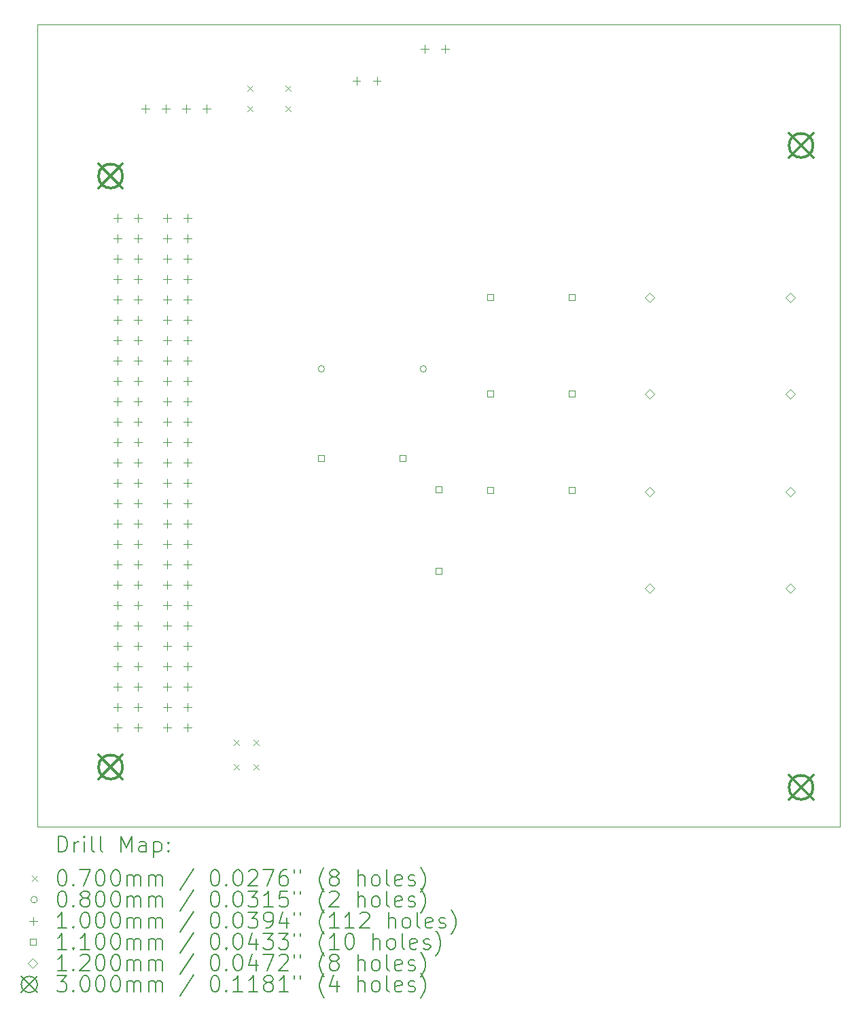
<source format=gbr>
%TF.GenerationSoftware,KiCad,Pcbnew,8.0.9-8.0.9-0~ubuntu22.04.1*%
%TF.CreationDate,2025-09-11T14:08:12-03:00*%
%TF.ProjectId,flatsat-power-adapt,666c6174-7361-4742-9d70-6f7765722d61,rev?*%
%TF.SameCoordinates,Original*%
%TF.FileFunction,Drillmap*%
%TF.FilePolarity,Positive*%
%FSLAX45Y45*%
G04 Gerber Fmt 4.5, Leading zero omitted, Abs format (unit mm)*
G04 Created by KiCad (PCBNEW 8.0.9-8.0.9-0~ubuntu22.04.1) date 2025-09-11 14:08:12*
%MOMM*%
%LPD*%
G01*
G04 APERTURE LIST*
%ADD10C,0.050000*%
%ADD11C,0.200000*%
%ADD12C,0.100000*%
%ADD13C,0.110000*%
%ADD14C,0.120000*%
%ADD15C,0.300000*%
G04 APERTURE END LIST*
D10*
X8949333Y-4850000D02*
X18949333Y-4850000D01*
X18949333Y-14850000D01*
X8949333Y-14850000D01*
X8949333Y-4850000D01*
D11*
D12*
X11390000Y-13765000D02*
X11460000Y-13835000D01*
X11460000Y-13765000D02*
X11390000Y-13835000D01*
X11390000Y-14065000D02*
X11460000Y-14135000D01*
X11460000Y-14065000D02*
X11390000Y-14135000D01*
X11565000Y-5610000D02*
X11635000Y-5680000D01*
X11635000Y-5610000D02*
X11565000Y-5680000D01*
X11565000Y-5860000D02*
X11635000Y-5930000D01*
X11635000Y-5860000D02*
X11565000Y-5930000D01*
X11640000Y-13765000D02*
X11710000Y-13835000D01*
X11710000Y-13765000D02*
X11640000Y-13835000D01*
X11640000Y-14065000D02*
X11710000Y-14135000D01*
X11710000Y-14065000D02*
X11640000Y-14135000D01*
X12035000Y-5610000D02*
X12105000Y-5680000D01*
X12105000Y-5610000D02*
X12035000Y-5680000D01*
X12035000Y-5860000D02*
X12105000Y-5930000D01*
X12105000Y-5860000D02*
X12035000Y-5930000D01*
X12525000Y-9140000D02*
G75*
G02*
X12445000Y-9140000I-40000J0D01*
G01*
X12445000Y-9140000D02*
G75*
G02*
X12525000Y-9140000I40000J0D01*
G01*
X13795000Y-9140000D02*
G75*
G02*
X13715000Y-9140000I-40000J0D01*
G01*
X13715000Y-9140000D02*
G75*
G02*
X13795000Y-9140000I40000J0D01*
G01*
X9946000Y-7212000D02*
X9946000Y-7312000D01*
X9896000Y-7262000D02*
X9996000Y-7262000D01*
X9946000Y-7466000D02*
X9946000Y-7566000D01*
X9896000Y-7516000D02*
X9996000Y-7516000D01*
X9946000Y-7720000D02*
X9946000Y-7820000D01*
X9896000Y-7770000D02*
X9996000Y-7770000D01*
X9946000Y-7974000D02*
X9946000Y-8074000D01*
X9896000Y-8024000D02*
X9996000Y-8024000D01*
X9946000Y-8228000D02*
X9946000Y-8328000D01*
X9896000Y-8278000D02*
X9996000Y-8278000D01*
X9946000Y-8482000D02*
X9946000Y-8582000D01*
X9896000Y-8532000D02*
X9996000Y-8532000D01*
X9946000Y-8736000D02*
X9946000Y-8836000D01*
X9896000Y-8786000D02*
X9996000Y-8786000D01*
X9946000Y-8990000D02*
X9946000Y-9090000D01*
X9896000Y-9040000D02*
X9996000Y-9040000D01*
X9946000Y-9244000D02*
X9946000Y-9344000D01*
X9896000Y-9294000D02*
X9996000Y-9294000D01*
X9946000Y-9498000D02*
X9946000Y-9598000D01*
X9896000Y-9548000D02*
X9996000Y-9548000D01*
X9946000Y-9752000D02*
X9946000Y-9852000D01*
X9896000Y-9802000D02*
X9996000Y-9802000D01*
X9946000Y-10006000D02*
X9946000Y-10106000D01*
X9896000Y-10056000D02*
X9996000Y-10056000D01*
X9946000Y-10260000D02*
X9946000Y-10360000D01*
X9896000Y-10310000D02*
X9996000Y-10310000D01*
X9946000Y-10514000D02*
X9946000Y-10614000D01*
X9896000Y-10564000D02*
X9996000Y-10564000D01*
X9946000Y-10768000D02*
X9946000Y-10868000D01*
X9896000Y-10818000D02*
X9996000Y-10818000D01*
X9946000Y-11022000D02*
X9946000Y-11122000D01*
X9896000Y-11072000D02*
X9996000Y-11072000D01*
X9946000Y-11276000D02*
X9946000Y-11376000D01*
X9896000Y-11326000D02*
X9996000Y-11326000D01*
X9946000Y-11530000D02*
X9946000Y-11630000D01*
X9896000Y-11580000D02*
X9996000Y-11580000D01*
X9946000Y-11784000D02*
X9946000Y-11884000D01*
X9896000Y-11834000D02*
X9996000Y-11834000D01*
X9946000Y-12038000D02*
X9946000Y-12138000D01*
X9896000Y-12088000D02*
X9996000Y-12088000D01*
X9946000Y-12292000D02*
X9946000Y-12392000D01*
X9896000Y-12342000D02*
X9996000Y-12342000D01*
X9946000Y-12546000D02*
X9946000Y-12646000D01*
X9896000Y-12596000D02*
X9996000Y-12596000D01*
X9946000Y-12800000D02*
X9946000Y-12900000D01*
X9896000Y-12850000D02*
X9996000Y-12850000D01*
X9946000Y-13054000D02*
X9946000Y-13154000D01*
X9896000Y-13104000D02*
X9996000Y-13104000D01*
X9946000Y-13308000D02*
X9946000Y-13408000D01*
X9896000Y-13358000D02*
X9996000Y-13358000D01*
X9946000Y-13562000D02*
X9946000Y-13662000D01*
X9896000Y-13612000D02*
X9996000Y-13612000D01*
X10200000Y-7212000D02*
X10200000Y-7312000D01*
X10150000Y-7262000D02*
X10250000Y-7262000D01*
X10200000Y-7466000D02*
X10200000Y-7566000D01*
X10150000Y-7516000D02*
X10250000Y-7516000D01*
X10200000Y-7720000D02*
X10200000Y-7820000D01*
X10150000Y-7770000D02*
X10250000Y-7770000D01*
X10200000Y-7974000D02*
X10200000Y-8074000D01*
X10150000Y-8024000D02*
X10250000Y-8024000D01*
X10200000Y-8228000D02*
X10200000Y-8328000D01*
X10150000Y-8278000D02*
X10250000Y-8278000D01*
X10200000Y-8482000D02*
X10200000Y-8582000D01*
X10150000Y-8532000D02*
X10250000Y-8532000D01*
X10200000Y-8736000D02*
X10200000Y-8836000D01*
X10150000Y-8786000D02*
X10250000Y-8786000D01*
X10200000Y-8990000D02*
X10200000Y-9090000D01*
X10150000Y-9040000D02*
X10250000Y-9040000D01*
X10200000Y-9244000D02*
X10200000Y-9344000D01*
X10150000Y-9294000D02*
X10250000Y-9294000D01*
X10200000Y-9498000D02*
X10200000Y-9598000D01*
X10150000Y-9548000D02*
X10250000Y-9548000D01*
X10200000Y-9752000D02*
X10200000Y-9852000D01*
X10150000Y-9802000D02*
X10250000Y-9802000D01*
X10200000Y-10006000D02*
X10200000Y-10106000D01*
X10150000Y-10056000D02*
X10250000Y-10056000D01*
X10200000Y-10260000D02*
X10200000Y-10360000D01*
X10150000Y-10310000D02*
X10250000Y-10310000D01*
X10200000Y-10514000D02*
X10200000Y-10614000D01*
X10150000Y-10564000D02*
X10250000Y-10564000D01*
X10200000Y-10768000D02*
X10200000Y-10868000D01*
X10150000Y-10818000D02*
X10250000Y-10818000D01*
X10200000Y-11022000D02*
X10200000Y-11122000D01*
X10150000Y-11072000D02*
X10250000Y-11072000D01*
X10200000Y-11276000D02*
X10200000Y-11376000D01*
X10150000Y-11326000D02*
X10250000Y-11326000D01*
X10200000Y-11530000D02*
X10200000Y-11630000D01*
X10150000Y-11580000D02*
X10250000Y-11580000D01*
X10200000Y-11784000D02*
X10200000Y-11884000D01*
X10150000Y-11834000D02*
X10250000Y-11834000D01*
X10200000Y-12038000D02*
X10200000Y-12138000D01*
X10150000Y-12088000D02*
X10250000Y-12088000D01*
X10200000Y-12292000D02*
X10200000Y-12392000D01*
X10150000Y-12342000D02*
X10250000Y-12342000D01*
X10200000Y-12546000D02*
X10200000Y-12646000D01*
X10150000Y-12596000D02*
X10250000Y-12596000D01*
X10200000Y-12800000D02*
X10200000Y-12900000D01*
X10150000Y-12850000D02*
X10250000Y-12850000D01*
X10200000Y-13054000D02*
X10200000Y-13154000D01*
X10150000Y-13104000D02*
X10250000Y-13104000D01*
X10200000Y-13308000D02*
X10200000Y-13408000D01*
X10150000Y-13358000D02*
X10250000Y-13358000D01*
X10200000Y-13562000D02*
X10200000Y-13662000D01*
X10150000Y-13612000D02*
X10250000Y-13612000D01*
X10296000Y-5850000D02*
X10296000Y-5950000D01*
X10246000Y-5900000D02*
X10346000Y-5900000D01*
X10550000Y-5850000D02*
X10550000Y-5950000D01*
X10500000Y-5900000D02*
X10600000Y-5900000D01*
X10564000Y-7210000D02*
X10564000Y-7310000D01*
X10514000Y-7260000D02*
X10614000Y-7260000D01*
X10564000Y-7464000D02*
X10564000Y-7564000D01*
X10514000Y-7514000D02*
X10614000Y-7514000D01*
X10564000Y-7718000D02*
X10564000Y-7818000D01*
X10514000Y-7768000D02*
X10614000Y-7768000D01*
X10564000Y-7972000D02*
X10564000Y-8072000D01*
X10514000Y-8022000D02*
X10614000Y-8022000D01*
X10564000Y-8226000D02*
X10564000Y-8326000D01*
X10514000Y-8276000D02*
X10614000Y-8276000D01*
X10564000Y-8480000D02*
X10564000Y-8580000D01*
X10514000Y-8530000D02*
X10614000Y-8530000D01*
X10564000Y-8734000D02*
X10564000Y-8834000D01*
X10514000Y-8784000D02*
X10614000Y-8784000D01*
X10564000Y-8988000D02*
X10564000Y-9088000D01*
X10514000Y-9038000D02*
X10614000Y-9038000D01*
X10564000Y-9242000D02*
X10564000Y-9342000D01*
X10514000Y-9292000D02*
X10614000Y-9292000D01*
X10564000Y-9496000D02*
X10564000Y-9596000D01*
X10514000Y-9546000D02*
X10614000Y-9546000D01*
X10564000Y-9750000D02*
X10564000Y-9850000D01*
X10514000Y-9800000D02*
X10614000Y-9800000D01*
X10564000Y-10004000D02*
X10564000Y-10104000D01*
X10514000Y-10054000D02*
X10614000Y-10054000D01*
X10564000Y-10258000D02*
X10564000Y-10358000D01*
X10514000Y-10308000D02*
X10614000Y-10308000D01*
X10564000Y-10512000D02*
X10564000Y-10612000D01*
X10514000Y-10562000D02*
X10614000Y-10562000D01*
X10564000Y-10766000D02*
X10564000Y-10866000D01*
X10514000Y-10816000D02*
X10614000Y-10816000D01*
X10564000Y-11020000D02*
X10564000Y-11120000D01*
X10514000Y-11070000D02*
X10614000Y-11070000D01*
X10564000Y-11274000D02*
X10564000Y-11374000D01*
X10514000Y-11324000D02*
X10614000Y-11324000D01*
X10564000Y-11528000D02*
X10564000Y-11628000D01*
X10514000Y-11578000D02*
X10614000Y-11578000D01*
X10564000Y-11782000D02*
X10564000Y-11882000D01*
X10514000Y-11832000D02*
X10614000Y-11832000D01*
X10564000Y-12036000D02*
X10564000Y-12136000D01*
X10514000Y-12086000D02*
X10614000Y-12086000D01*
X10564000Y-12290000D02*
X10564000Y-12390000D01*
X10514000Y-12340000D02*
X10614000Y-12340000D01*
X10564000Y-12544000D02*
X10564000Y-12644000D01*
X10514000Y-12594000D02*
X10614000Y-12594000D01*
X10564000Y-12798000D02*
X10564000Y-12898000D01*
X10514000Y-12848000D02*
X10614000Y-12848000D01*
X10564000Y-13052000D02*
X10564000Y-13152000D01*
X10514000Y-13102000D02*
X10614000Y-13102000D01*
X10564000Y-13306000D02*
X10564000Y-13406000D01*
X10514000Y-13356000D02*
X10614000Y-13356000D01*
X10564000Y-13560000D02*
X10564000Y-13660000D01*
X10514000Y-13610000D02*
X10614000Y-13610000D01*
X10804000Y-5850000D02*
X10804000Y-5950000D01*
X10754000Y-5900000D02*
X10854000Y-5900000D01*
X10818000Y-7210000D02*
X10818000Y-7310000D01*
X10768000Y-7260000D02*
X10868000Y-7260000D01*
X10818000Y-7464000D02*
X10818000Y-7564000D01*
X10768000Y-7514000D02*
X10868000Y-7514000D01*
X10818000Y-7718000D02*
X10818000Y-7818000D01*
X10768000Y-7768000D02*
X10868000Y-7768000D01*
X10818000Y-7972000D02*
X10818000Y-8072000D01*
X10768000Y-8022000D02*
X10868000Y-8022000D01*
X10818000Y-8226000D02*
X10818000Y-8326000D01*
X10768000Y-8276000D02*
X10868000Y-8276000D01*
X10818000Y-8480000D02*
X10818000Y-8580000D01*
X10768000Y-8530000D02*
X10868000Y-8530000D01*
X10818000Y-8734000D02*
X10818000Y-8834000D01*
X10768000Y-8784000D02*
X10868000Y-8784000D01*
X10818000Y-8988000D02*
X10818000Y-9088000D01*
X10768000Y-9038000D02*
X10868000Y-9038000D01*
X10818000Y-9242000D02*
X10818000Y-9342000D01*
X10768000Y-9292000D02*
X10868000Y-9292000D01*
X10818000Y-9496000D02*
X10818000Y-9596000D01*
X10768000Y-9546000D02*
X10868000Y-9546000D01*
X10818000Y-9750000D02*
X10818000Y-9850000D01*
X10768000Y-9800000D02*
X10868000Y-9800000D01*
X10818000Y-10004000D02*
X10818000Y-10104000D01*
X10768000Y-10054000D02*
X10868000Y-10054000D01*
X10818000Y-10258000D02*
X10818000Y-10358000D01*
X10768000Y-10308000D02*
X10868000Y-10308000D01*
X10818000Y-10512000D02*
X10818000Y-10612000D01*
X10768000Y-10562000D02*
X10868000Y-10562000D01*
X10818000Y-10766000D02*
X10818000Y-10866000D01*
X10768000Y-10816000D02*
X10868000Y-10816000D01*
X10818000Y-11020000D02*
X10818000Y-11120000D01*
X10768000Y-11070000D02*
X10868000Y-11070000D01*
X10818000Y-11274000D02*
X10818000Y-11374000D01*
X10768000Y-11324000D02*
X10868000Y-11324000D01*
X10818000Y-11528000D02*
X10818000Y-11628000D01*
X10768000Y-11578000D02*
X10868000Y-11578000D01*
X10818000Y-11782000D02*
X10818000Y-11882000D01*
X10768000Y-11832000D02*
X10868000Y-11832000D01*
X10818000Y-12036000D02*
X10818000Y-12136000D01*
X10768000Y-12086000D02*
X10868000Y-12086000D01*
X10818000Y-12290000D02*
X10818000Y-12390000D01*
X10768000Y-12340000D02*
X10868000Y-12340000D01*
X10818000Y-12544000D02*
X10818000Y-12644000D01*
X10768000Y-12594000D02*
X10868000Y-12594000D01*
X10818000Y-12798000D02*
X10818000Y-12898000D01*
X10768000Y-12848000D02*
X10868000Y-12848000D01*
X10818000Y-13052000D02*
X10818000Y-13152000D01*
X10768000Y-13102000D02*
X10868000Y-13102000D01*
X10818000Y-13306000D02*
X10818000Y-13406000D01*
X10768000Y-13356000D02*
X10868000Y-13356000D01*
X10818000Y-13560000D02*
X10818000Y-13660000D01*
X10768000Y-13610000D02*
X10868000Y-13610000D01*
X11058000Y-5850000D02*
X11058000Y-5950000D01*
X11008000Y-5900000D02*
X11108000Y-5900000D01*
X12922500Y-5500000D02*
X12922500Y-5600000D01*
X12872500Y-5550000D02*
X12972500Y-5550000D01*
X13176500Y-5500000D02*
X13176500Y-5600000D01*
X13126500Y-5550000D02*
X13226500Y-5550000D01*
X13772500Y-5100000D02*
X13772500Y-5200000D01*
X13722500Y-5150000D02*
X13822500Y-5150000D01*
X14026500Y-5100000D02*
X14026500Y-5200000D01*
X13976500Y-5150000D02*
X14076500Y-5150000D01*
D13*
X12520891Y-10290891D02*
X12520891Y-10213109D01*
X12443109Y-10213109D01*
X12443109Y-10290891D01*
X12520891Y-10290891D01*
X13536891Y-10290891D02*
X13536891Y-10213109D01*
X13459109Y-10213109D01*
X13459109Y-10290891D01*
X13536891Y-10290891D01*
X13988891Y-10680891D02*
X13988891Y-10603109D01*
X13911109Y-10603109D01*
X13911109Y-10680891D01*
X13988891Y-10680891D01*
X13988891Y-11696891D02*
X13988891Y-11619109D01*
X13911109Y-11619109D01*
X13911109Y-11696891D01*
X13988891Y-11696891D01*
X14628891Y-8288891D02*
X14628891Y-8211109D01*
X14551109Y-8211109D01*
X14551109Y-8288891D01*
X14628891Y-8288891D01*
X14628891Y-9488891D02*
X14628891Y-9411109D01*
X14551109Y-9411109D01*
X14551109Y-9488891D01*
X14628891Y-9488891D01*
X14630891Y-10688891D02*
X14630891Y-10611109D01*
X14553109Y-10611109D01*
X14553109Y-10688891D01*
X14630891Y-10688891D01*
X15644891Y-8288891D02*
X15644891Y-8211109D01*
X15567109Y-8211109D01*
X15567109Y-8288891D01*
X15644891Y-8288891D01*
X15644891Y-9488891D02*
X15644891Y-9411109D01*
X15567109Y-9411109D01*
X15567109Y-9488891D01*
X15644891Y-9488891D01*
X15646891Y-10688891D02*
X15646891Y-10611109D01*
X15569109Y-10611109D01*
X15569109Y-10688891D01*
X15646891Y-10688891D01*
D14*
X16575000Y-8310000D02*
X16635000Y-8250000D01*
X16575000Y-8190000D01*
X16515000Y-8250000D01*
X16575000Y-8310000D01*
X16575000Y-9515000D02*
X16635000Y-9455000D01*
X16575000Y-9395000D01*
X16515000Y-9455000D01*
X16575000Y-9515000D01*
X16575000Y-10735000D02*
X16635000Y-10675000D01*
X16575000Y-10615000D01*
X16515000Y-10675000D01*
X16575000Y-10735000D01*
X16575000Y-11935000D02*
X16635000Y-11875000D01*
X16575000Y-11815000D01*
X16515000Y-11875000D01*
X16575000Y-11935000D01*
X18325000Y-8310000D02*
X18385000Y-8250000D01*
X18325000Y-8190000D01*
X18265000Y-8250000D01*
X18325000Y-8310000D01*
X18325000Y-9515000D02*
X18385000Y-9455000D01*
X18325000Y-9395000D01*
X18265000Y-9455000D01*
X18325000Y-9515000D01*
X18325000Y-10735000D02*
X18385000Y-10675000D01*
X18325000Y-10615000D01*
X18265000Y-10675000D01*
X18325000Y-10735000D01*
X18325000Y-11935000D02*
X18385000Y-11875000D01*
X18325000Y-11815000D01*
X18265000Y-11875000D01*
X18325000Y-11935000D01*
D15*
X9709000Y-6587000D02*
X10009000Y-6887000D01*
X10009000Y-6587000D02*
X9709000Y-6887000D01*
X10009000Y-6737000D02*
G75*
G02*
X9709000Y-6737000I-150000J0D01*
G01*
X9709000Y-6737000D02*
G75*
G02*
X10009000Y-6737000I150000J0D01*
G01*
X9709000Y-13953000D02*
X10009000Y-14253000D01*
X10009000Y-13953000D02*
X9709000Y-14253000D01*
X10009000Y-14103000D02*
G75*
G02*
X9709000Y-14103000I-150000J0D01*
G01*
X9709000Y-14103000D02*
G75*
G02*
X10009000Y-14103000I150000J0D01*
G01*
X18312000Y-6206000D02*
X18612000Y-6506000D01*
X18612000Y-6206000D02*
X18312000Y-6506000D01*
X18612000Y-6356000D02*
G75*
G02*
X18312000Y-6356000I-150000J0D01*
G01*
X18312000Y-6356000D02*
G75*
G02*
X18612000Y-6356000I150000J0D01*
G01*
X18312000Y-14207000D02*
X18612000Y-14507000D01*
X18612000Y-14207000D02*
X18312000Y-14507000D01*
X18612000Y-14357000D02*
G75*
G02*
X18312000Y-14357000I-150000J0D01*
G01*
X18312000Y-14357000D02*
G75*
G02*
X18612000Y-14357000I150000J0D01*
G01*
D11*
X9207610Y-15163984D02*
X9207610Y-14963984D01*
X9207610Y-14963984D02*
X9255229Y-14963984D01*
X9255229Y-14963984D02*
X9283801Y-14973508D01*
X9283801Y-14973508D02*
X9302848Y-14992555D01*
X9302848Y-14992555D02*
X9312372Y-15011603D01*
X9312372Y-15011603D02*
X9321896Y-15049698D01*
X9321896Y-15049698D02*
X9321896Y-15078269D01*
X9321896Y-15078269D02*
X9312372Y-15116365D01*
X9312372Y-15116365D02*
X9302848Y-15135412D01*
X9302848Y-15135412D02*
X9283801Y-15154460D01*
X9283801Y-15154460D02*
X9255229Y-15163984D01*
X9255229Y-15163984D02*
X9207610Y-15163984D01*
X9407610Y-15163984D02*
X9407610Y-15030650D01*
X9407610Y-15068746D02*
X9417134Y-15049698D01*
X9417134Y-15049698D02*
X9426658Y-15040174D01*
X9426658Y-15040174D02*
X9445705Y-15030650D01*
X9445705Y-15030650D02*
X9464753Y-15030650D01*
X9531420Y-15163984D02*
X9531420Y-15030650D01*
X9531420Y-14963984D02*
X9521896Y-14973508D01*
X9521896Y-14973508D02*
X9531420Y-14983031D01*
X9531420Y-14983031D02*
X9540944Y-14973508D01*
X9540944Y-14973508D02*
X9531420Y-14963984D01*
X9531420Y-14963984D02*
X9531420Y-14983031D01*
X9655229Y-15163984D02*
X9636182Y-15154460D01*
X9636182Y-15154460D02*
X9626658Y-15135412D01*
X9626658Y-15135412D02*
X9626658Y-14963984D01*
X9759991Y-15163984D02*
X9740944Y-15154460D01*
X9740944Y-15154460D02*
X9731420Y-15135412D01*
X9731420Y-15135412D02*
X9731420Y-14963984D01*
X9988563Y-15163984D02*
X9988563Y-14963984D01*
X9988563Y-14963984D02*
X10055229Y-15106841D01*
X10055229Y-15106841D02*
X10121896Y-14963984D01*
X10121896Y-14963984D02*
X10121896Y-15163984D01*
X10302848Y-15163984D02*
X10302848Y-15059222D01*
X10302848Y-15059222D02*
X10293325Y-15040174D01*
X10293325Y-15040174D02*
X10274277Y-15030650D01*
X10274277Y-15030650D02*
X10236182Y-15030650D01*
X10236182Y-15030650D02*
X10217134Y-15040174D01*
X10302848Y-15154460D02*
X10283801Y-15163984D01*
X10283801Y-15163984D02*
X10236182Y-15163984D01*
X10236182Y-15163984D02*
X10217134Y-15154460D01*
X10217134Y-15154460D02*
X10207610Y-15135412D01*
X10207610Y-15135412D02*
X10207610Y-15116365D01*
X10207610Y-15116365D02*
X10217134Y-15097317D01*
X10217134Y-15097317D02*
X10236182Y-15087793D01*
X10236182Y-15087793D02*
X10283801Y-15087793D01*
X10283801Y-15087793D02*
X10302848Y-15078269D01*
X10398086Y-15030650D02*
X10398086Y-15230650D01*
X10398086Y-15040174D02*
X10417134Y-15030650D01*
X10417134Y-15030650D02*
X10455229Y-15030650D01*
X10455229Y-15030650D02*
X10474277Y-15040174D01*
X10474277Y-15040174D02*
X10483801Y-15049698D01*
X10483801Y-15049698D02*
X10493325Y-15068746D01*
X10493325Y-15068746D02*
X10493325Y-15125888D01*
X10493325Y-15125888D02*
X10483801Y-15144936D01*
X10483801Y-15144936D02*
X10474277Y-15154460D01*
X10474277Y-15154460D02*
X10455229Y-15163984D01*
X10455229Y-15163984D02*
X10417134Y-15163984D01*
X10417134Y-15163984D02*
X10398086Y-15154460D01*
X10579039Y-15144936D02*
X10588563Y-15154460D01*
X10588563Y-15154460D02*
X10579039Y-15163984D01*
X10579039Y-15163984D02*
X10569515Y-15154460D01*
X10569515Y-15154460D02*
X10579039Y-15144936D01*
X10579039Y-15144936D02*
X10579039Y-15163984D01*
X10579039Y-15040174D02*
X10588563Y-15049698D01*
X10588563Y-15049698D02*
X10579039Y-15059222D01*
X10579039Y-15059222D02*
X10569515Y-15049698D01*
X10569515Y-15049698D02*
X10579039Y-15040174D01*
X10579039Y-15040174D02*
X10579039Y-15059222D01*
D12*
X8876833Y-15457500D02*
X8946833Y-15527500D01*
X8946833Y-15457500D02*
X8876833Y-15527500D01*
D11*
X9245705Y-15383984D02*
X9264753Y-15383984D01*
X9264753Y-15383984D02*
X9283801Y-15393508D01*
X9283801Y-15393508D02*
X9293325Y-15403031D01*
X9293325Y-15403031D02*
X9302848Y-15422079D01*
X9302848Y-15422079D02*
X9312372Y-15460174D01*
X9312372Y-15460174D02*
X9312372Y-15507793D01*
X9312372Y-15507793D02*
X9302848Y-15545888D01*
X9302848Y-15545888D02*
X9293325Y-15564936D01*
X9293325Y-15564936D02*
X9283801Y-15574460D01*
X9283801Y-15574460D02*
X9264753Y-15583984D01*
X9264753Y-15583984D02*
X9245705Y-15583984D01*
X9245705Y-15583984D02*
X9226658Y-15574460D01*
X9226658Y-15574460D02*
X9217134Y-15564936D01*
X9217134Y-15564936D02*
X9207610Y-15545888D01*
X9207610Y-15545888D02*
X9198086Y-15507793D01*
X9198086Y-15507793D02*
X9198086Y-15460174D01*
X9198086Y-15460174D02*
X9207610Y-15422079D01*
X9207610Y-15422079D02*
X9217134Y-15403031D01*
X9217134Y-15403031D02*
X9226658Y-15393508D01*
X9226658Y-15393508D02*
X9245705Y-15383984D01*
X9398086Y-15564936D02*
X9407610Y-15574460D01*
X9407610Y-15574460D02*
X9398086Y-15583984D01*
X9398086Y-15583984D02*
X9388563Y-15574460D01*
X9388563Y-15574460D02*
X9398086Y-15564936D01*
X9398086Y-15564936D02*
X9398086Y-15583984D01*
X9474277Y-15383984D02*
X9607610Y-15383984D01*
X9607610Y-15383984D02*
X9521896Y-15583984D01*
X9721896Y-15383984D02*
X9740944Y-15383984D01*
X9740944Y-15383984D02*
X9759991Y-15393508D01*
X9759991Y-15393508D02*
X9769515Y-15403031D01*
X9769515Y-15403031D02*
X9779039Y-15422079D01*
X9779039Y-15422079D02*
X9788563Y-15460174D01*
X9788563Y-15460174D02*
X9788563Y-15507793D01*
X9788563Y-15507793D02*
X9779039Y-15545888D01*
X9779039Y-15545888D02*
X9769515Y-15564936D01*
X9769515Y-15564936D02*
X9759991Y-15574460D01*
X9759991Y-15574460D02*
X9740944Y-15583984D01*
X9740944Y-15583984D02*
X9721896Y-15583984D01*
X9721896Y-15583984D02*
X9702848Y-15574460D01*
X9702848Y-15574460D02*
X9693325Y-15564936D01*
X9693325Y-15564936D02*
X9683801Y-15545888D01*
X9683801Y-15545888D02*
X9674277Y-15507793D01*
X9674277Y-15507793D02*
X9674277Y-15460174D01*
X9674277Y-15460174D02*
X9683801Y-15422079D01*
X9683801Y-15422079D02*
X9693325Y-15403031D01*
X9693325Y-15403031D02*
X9702848Y-15393508D01*
X9702848Y-15393508D02*
X9721896Y-15383984D01*
X9912372Y-15383984D02*
X9931420Y-15383984D01*
X9931420Y-15383984D02*
X9950467Y-15393508D01*
X9950467Y-15393508D02*
X9959991Y-15403031D01*
X9959991Y-15403031D02*
X9969515Y-15422079D01*
X9969515Y-15422079D02*
X9979039Y-15460174D01*
X9979039Y-15460174D02*
X9979039Y-15507793D01*
X9979039Y-15507793D02*
X9969515Y-15545888D01*
X9969515Y-15545888D02*
X9959991Y-15564936D01*
X9959991Y-15564936D02*
X9950467Y-15574460D01*
X9950467Y-15574460D02*
X9931420Y-15583984D01*
X9931420Y-15583984D02*
X9912372Y-15583984D01*
X9912372Y-15583984D02*
X9893325Y-15574460D01*
X9893325Y-15574460D02*
X9883801Y-15564936D01*
X9883801Y-15564936D02*
X9874277Y-15545888D01*
X9874277Y-15545888D02*
X9864753Y-15507793D01*
X9864753Y-15507793D02*
X9864753Y-15460174D01*
X9864753Y-15460174D02*
X9874277Y-15422079D01*
X9874277Y-15422079D02*
X9883801Y-15403031D01*
X9883801Y-15403031D02*
X9893325Y-15393508D01*
X9893325Y-15393508D02*
X9912372Y-15383984D01*
X10064753Y-15583984D02*
X10064753Y-15450650D01*
X10064753Y-15469698D02*
X10074277Y-15460174D01*
X10074277Y-15460174D02*
X10093325Y-15450650D01*
X10093325Y-15450650D02*
X10121896Y-15450650D01*
X10121896Y-15450650D02*
X10140944Y-15460174D01*
X10140944Y-15460174D02*
X10150467Y-15479222D01*
X10150467Y-15479222D02*
X10150467Y-15583984D01*
X10150467Y-15479222D02*
X10159991Y-15460174D01*
X10159991Y-15460174D02*
X10179039Y-15450650D01*
X10179039Y-15450650D02*
X10207610Y-15450650D01*
X10207610Y-15450650D02*
X10226658Y-15460174D01*
X10226658Y-15460174D02*
X10236182Y-15479222D01*
X10236182Y-15479222D02*
X10236182Y-15583984D01*
X10331420Y-15583984D02*
X10331420Y-15450650D01*
X10331420Y-15469698D02*
X10340944Y-15460174D01*
X10340944Y-15460174D02*
X10359991Y-15450650D01*
X10359991Y-15450650D02*
X10388563Y-15450650D01*
X10388563Y-15450650D02*
X10407610Y-15460174D01*
X10407610Y-15460174D02*
X10417134Y-15479222D01*
X10417134Y-15479222D02*
X10417134Y-15583984D01*
X10417134Y-15479222D02*
X10426658Y-15460174D01*
X10426658Y-15460174D02*
X10445706Y-15450650D01*
X10445706Y-15450650D02*
X10474277Y-15450650D01*
X10474277Y-15450650D02*
X10493325Y-15460174D01*
X10493325Y-15460174D02*
X10502848Y-15479222D01*
X10502848Y-15479222D02*
X10502848Y-15583984D01*
X10893325Y-15374460D02*
X10721896Y-15631603D01*
X11150468Y-15383984D02*
X11169515Y-15383984D01*
X11169515Y-15383984D02*
X11188563Y-15393508D01*
X11188563Y-15393508D02*
X11198087Y-15403031D01*
X11198087Y-15403031D02*
X11207610Y-15422079D01*
X11207610Y-15422079D02*
X11217134Y-15460174D01*
X11217134Y-15460174D02*
X11217134Y-15507793D01*
X11217134Y-15507793D02*
X11207610Y-15545888D01*
X11207610Y-15545888D02*
X11198087Y-15564936D01*
X11198087Y-15564936D02*
X11188563Y-15574460D01*
X11188563Y-15574460D02*
X11169515Y-15583984D01*
X11169515Y-15583984D02*
X11150468Y-15583984D01*
X11150468Y-15583984D02*
X11131420Y-15574460D01*
X11131420Y-15574460D02*
X11121896Y-15564936D01*
X11121896Y-15564936D02*
X11112372Y-15545888D01*
X11112372Y-15545888D02*
X11102849Y-15507793D01*
X11102849Y-15507793D02*
X11102849Y-15460174D01*
X11102849Y-15460174D02*
X11112372Y-15422079D01*
X11112372Y-15422079D02*
X11121896Y-15403031D01*
X11121896Y-15403031D02*
X11131420Y-15393508D01*
X11131420Y-15393508D02*
X11150468Y-15383984D01*
X11302848Y-15564936D02*
X11312372Y-15574460D01*
X11312372Y-15574460D02*
X11302848Y-15583984D01*
X11302848Y-15583984D02*
X11293325Y-15574460D01*
X11293325Y-15574460D02*
X11302848Y-15564936D01*
X11302848Y-15564936D02*
X11302848Y-15583984D01*
X11436182Y-15383984D02*
X11455229Y-15383984D01*
X11455229Y-15383984D02*
X11474277Y-15393508D01*
X11474277Y-15393508D02*
X11483801Y-15403031D01*
X11483801Y-15403031D02*
X11493325Y-15422079D01*
X11493325Y-15422079D02*
X11502848Y-15460174D01*
X11502848Y-15460174D02*
X11502848Y-15507793D01*
X11502848Y-15507793D02*
X11493325Y-15545888D01*
X11493325Y-15545888D02*
X11483801Y-15564936D01*
X11483801Y-15564936D02*
X11474277Y-15574460D01*
X11474277Y-15574460D02*
X11455229Y-15583984D01*
X11455229Y-15583984D02*
X11436182Y-15583984D01*
X11436182Y-15583984D02*
X11417134Y-15574460D01*
X11417134Y-15574460D02*
X11407610Y-15564936D01*
X11407610Y-15564936D02*
X11398087Y-15545888D01*
X11398087Y-15545888D02*
X11388563Y-15507793D01*
X11388563Y-15507793D02*
X11388563Y-15460174D01*
X11388563Y-15460174D02*
X11398087Y-15422079D01*
X11398087Y-15422079D02*
X11407610Y-15403031D01*
X11407610Y-15403031D02*
X11417134Y-15393508D01*
X11417134Y-15393508D02*
X11436182Y-15383984D01*
X11579039Y-15403031D02*
X11588563Y-15393508D01*
X11588563Y-15393508D02*
X11607610Y-15383984D01*
X11607610Y-15383984D02*
X11655229Y-15383984D01*
X11655229Y-15383984D02*
X11674277Y-15393508D01*
X11674277Y-15393508D02*
X11683801Y-15403031D01*
X11683801Y-15403031D02*
X11693325Y-15422079D01*
X11693325Y-15422079D02*
X11693325Y-15441127D01*
X11693325Y-15441127D02*
X11683801Y-15469698D01*
X11683801Y-15469698D02*
X11569515Y-15583984D01*
X11569515Y-15583984D02*
X11693325Y-15583984D01*
X11759991Y-15383984D02*
X11893325Y-15383984D01*
X11893325Y-15383984D02*
X11807610Y-15583984D01*
X12055229Y-15383984D02*
X12017134Y-15383984D01*
X12017134Y-15383984D02*
X11998087Y-15393508D01*
X11998087Y-15393508D02*
X11988563Y-15403031D01*
X11988563Y-15403031D02*
X11969515Y-15431603D01*
X11969515Y-15431603D02*
X11959991Y-15469698D01*
X11959991Y-15469698D02*
X11959991Y-15545888D01*
X11959991Y-15545888D02*
X11969515Y-15564936D01*
X11969515Y-15564936D02*
X11979039Y-15574460D01*
X11979039Y-15574460D02*
X11998087Y-15583984D01*
X11998087Y-15583984D02*
X12036182Y-15583984D01*
X12036182Y-15583984D02*
X12055229Y-15574460D01*
X12055229Y-15574460D02*
X12064753Y-15564936D01*
X12064753Y-15564936D02*
X12074277Y-15545888D01*
X12074277Y-15545888D02*
X12074277Y-15498269D01*
X12074277Y-15498269D02*
X12064753Y-15479222D01*
X12064753Y-15479222D02*
X12055229Y-15469698D01*
X12055229Y-15469698D02*
X12036182Y-15460174D01*
X12036182Y-15460174D02*
X11998087Y-15460174D01*
X11998087Y-15460174D02*
X11979039Y-15469698D01*
X11979039Y-15469698D02*
X11969515Y-15479222D01*
X11969515Y-15479222D02*
X11959991Y-15498269D01*
X12150468Y-15383984D02*
X12150468Y-15422079D01*
X12226658Y-15383984D02*
X12226658Y-15422079D01*
X12521896Y-15660174D02*
X12512372Y-15650650D01*
X12512372Y-15650650D02*
X12493325Y-15622079D01*
X12493325Y-15622079D02*
X12483801Y-15603031D01*
X12483801Y-15603031D02*
X12474277Y-15574460D01*
X12474277Y-15574460D02*
X12464753Y-15526841D01*
X12464753Y-15526841D02*
X12464753Y-15488746D01*
X12464753Y-15488746D02*
X12474277Y-15441127D01*
X12474277Y-15441127D02*
X12483801Y-15412555D01*
X12483801Y-15412555D02*
X12493325Y-15393508D01*
X12493325Y-15393508D02*
X12512372Y-15364936D01*
X12512372Y-15364936D02*
X12521896Y-15355412D01*
X12626658Y-15469698D02*
X12607610Y-15460174D01*
X12607610Y-15460174D02*
X12598087Y-15450650D01*
X12598087Y-15450650D02*
X12588563Y-15431603D01*
X12588563Y-15431603D02*
X12588563Y-15422079D01*
X12588563Y-15422079D02*
X12598087Y-15403031D01*
X12598087Y-15403031D02*
X12607610Y-15393508D01*
X12607610Y-15393508D02*
X12626658Y-15383984D01*
X12626658Y-15383984D02*
X12664753Y-15383984D01*
X12664753Y-15383984D02*
X12683801Y-15393508D01*
X12683801Y-15393508D02*
X12693325Y-15403031D01*
X12693325Y-15403031D02*
X12702849Y-15422079D01*
X12702849Y-15422079D02*
X12702849Y-15431603D01*
X12702849Y-15431603D02*
X12693325Y-15450650D01*
X12693325Y-15450650D02*
X12683801Y-15460174D01*
X12683801Y-15460174D02*
X12664753Y-15469698D01*
X12664753Y-15469698D02*
X12626658Y-15469698D01*
X12626658Y-15469698D02*
X12607610Y-15479222D01*
X12607610Y-15479222D02*
X12598087Y-15488746D01*
X12598087Y-15488746D02*
X12588563Y-15507793D01*
X12588563Y-15507793D02*
X12588563Y-15545888D01*
X12588563Y-15545888D02*
X12598087Y-15564936D01*
X12598087Y-15564936D02*
X12607610Y-15574460D01*
X12607610Y-15574460D02*
X12626658Y-15583984D01*
X12626658Y-15583984D02*
X12664753Y-15583984D01*
X12664753Y-15583984D02*
X12683801Y-15574460D01*
X12683801Y-15574460D02*
X12693325Y-15564936D01*
X12693325Y-15564936D02*
X12702849Y-15545888D01*
X12702849Y-15545888D02*
X12702849Y-15507793D01*
X12702849Y-15507793D02*
X12693325Y-15488746D01*
X12693325Y-15488746D02*
X12683801Y-15479222D01*
X12683801Y-15479222D02*
X12664753Y-15469698D01*
X12940944Y-15583984D02*
X12940944Y-15383984D01*
X13026658Y-15583984D02*
X13026658Y-15479222D01*
X13026658Y-15479222D02*
X13017134Y-15460174D01*
X13017134Y-15460174D02*
X12998087Y-15450650D01*
X12998087Y-15450650D02*
X12969515Y-15450650D01*
X12969515Y-15450650D02*
X12950468Y-15460174D01*
X12950468Y-15460174D02*
X12940944Y-15469698D01*
X13150468Y-15583984D02*
X13131420Y-15574460D01*
X13131420Y-15574460D02*
X13121896Y-15564936D01*
X13121896Y-15564936D02*
X13112372Y-15545888D01*
X13112372Y-15545888D02*
X13112372Y-15488746D01*
X13112372Y-15488746D02*
X13121896Y-15469698D01*
X13121896Y-15469698D02*
X13131420Y-15460174D01*
X13131420Y-15460174D02*
X13150468Y-15450650D01*
X13150468Y-15450650D02*
X13179039Y-15450650D01*
X13179039Y-15450650D02*
X13198087Y-15460174D01*
X13198087Y-15460174D02*
X13207611Y-15469698D01*
X13207611Y-15469698D02*
X13217134Y-15488746D01*
X13217134Y-15488746D02*
X13217134Y-15545888D01*
X13217134Y-15545888D02*
X13207611Y-15564936D01*
X13207611Y-15564936D02*
X13198087Y-15574460D01*
X13198087Y-15574460D02*
X13179039Y-15583984D01*
X13179039Y-15583984D02*
X13150468Y-15583984D01*
X13331420Y-15583984D02*
X13312372Y-15574460D01*
X13312372Y-15574460D02*
X13302849Y-15555412D01*
X13302849Y-15555412D02*
X13302849Y-15383984D01*
X13483801Y-15574460D02*
X13464753Y-15583984D01*
X13464753Y-15583984D02*
X13426658Y-15583984D01*
X13426658Y-15583984D02*
X13407611Y-15574460D01*
X13407611Y-15574460D02*
X13398087Y-15555412D01*
X13398087Y-15555412D02*
X13398087Y-15479222D01*
X13398087Y-15479222D02*
X13407611Y-15460174D01*
X13407611Y-15460174D02*
X13426658Y-15450650D01*
X13426658Y-15450650D02*
X13464753Y-15450650D01*
X13464753Y-15450650D02*
X13483801Y-15460174D01*
X13483801Y-15460174D02*
X13493325Y-15479222D01*
X13493325Y-15479222D02*
X13493325Y-15498269D01*
X13493325Y-15498269D02*
X13398087Y-15517317D01*
X13569515Y-15574460D02*
X13588563Y-15583984D01*
X13588563Y-15583984D02*
X13626658Y-15583984D01*
X13626658Y-15583984D02*
X13645706Y-15574460D01*
X13645706Y-15574460D02*
X13655230Y-15555412D01*
X13655230Y-15555412D02*
X13655230Y-15545888D01*
X13655230Y-15545888D02*
X13645706Y-15526841D01*
X13645706Y-15526841D02*
X13626658Y-15517317D01*
X13626658Y-15517317D02*
X13598087Y-15517317D01*
X13598087Y-15517317D02*
X13579039Y-15507793D01*
X13579039Y-15507793D02*
X13569515Y-15488746D01*
X13569515Y-15488746D02*
X13569515Y-15479222D01*
X13569515Y-15479222D02*
X13579039Y-15460174D01*
X13579039Y-15460174D02*
X13598087Y-15450650D01*
X13598087Y-15450650D02*
X13626658Y-15450650D01*
X13626658Y-15450650D02*
X13645706Y-15460174D01*
X13721896Y-15660174D02*
X13731420Y-15650650D01*
X13731420Y-15650650D02*
X13750468Y-15622079D01*
X13750468Y-15622079D02*
X13759992Y-15603031D01*
X13759992Y-15603031D02*
X13769515Y-15574460D01*
X13769515Y-15574460D02*
X13779039Y-15526841D01*
X13779039Y-15526841D02*
X13779039Y-15488746D01*
X13779039Y-15488746D02*
X13769515Y-15441127D01*
X13769515Y-15441127D02*
X13759992Y-15412555D01*
X13759992Y-15412555D02*
X13750468Y-15393508D01*
X13750468Y-15393508D02*
X13731420Y-15364936D01*
X13731420Y-15364936D02*
X13721896Y-15355412D01*
D12*
X8946833Y-15756500D02*
G75*
G02*
X8866833Y-15756500I-40000J0D01*
G01*
X8866833Y-15756500D02*
G75*
G02*
X8946833Y-15756500I40000J0D01*
G01*
D11*
X9245705Y-15647984D02*
X9264753Y-15647984D01*
X9264753Y-15647984D02*
X9283801Y-15657508D01*
X9283801Y-15657508D02*
X9293325Y-15667031D01*
X9293325Y-15667031D02*
X9302848Y-15686079D01*
X9302848Y-15686079D02*
X9312372Y-15724174D01*
X9312372Y-15724174D02*
X9312372Y-15771793D01*
X9312372Y-15771793D02*
X9302848Y-15809888D01*
X9302848Y-15809888D02*
X9293325Y-15828936D01*
X9293325Y-15828936D02*
X9283801Y-15838460D01*
X9283801Y-15838460D02*
X9264753Y-15847984D01*
X9264753Y-15847984D02*
X9245705Y-15847984D01*
X9245705Y-15847984D02*
X9226658Y-15838460D01*
X9226658Y-15838460D02*
X9217134Y-15828936D01*
X9217134Y-15828936D02*
X9207610Y-15809888D01*
X9207610Y-15809888D02*
X9198086Y-15771793D01*
X9198086Y-15771793D02*
X9198086Y-15724174D01*
X9198086Y-15724174D02*
X9207610Y-15686079D01*
X9207610Y-15686079D02*
X9217134Y-15667031D01*
X9217134Y-15667031D02*
X9226658Y-15657508D01*
X9226658Y-15657508D02*
X9245705Y-15647984D01*
X9398086Y-15828936D02*
X9407610Y-15838460D01*
X9407610Y-15838460D02*
X9398086Y-15847984D01*
X9398086Y-15847984D02*
X9388563Y-15838460D01*
X9388563Y-15838460D02*
X9398086Y-15828936D01*
X9398086Y-15828936D02*
X9398086Y-15847984D01*
X9521896Y-15733698D02*
X9502848Y-15724174D01*
X9502848Y-15724174D02*
X9493325Y-15714650D01*
X9493325Y-15714650D02*
X9483801Y-15695603D01*
X9483801Y-15695603D02*
X9483801Y-15686079D01*
X9483801Y-15686079D02*
X9493325Y-15667031D01*
X9493325Y-15667031D02*
X9502848Y-15657508D01*
X9502848Y-15657508D02*
X9521896Y-15647984D01*
X9521896Y-15647984D02*
X9559991Y-15647984D01*
X9559991Y-15647984D02*
X9579039Y-15657508D01*
X9579039Y-15657508D02*
X9588563Y-15667031D01*
X9588563Y-15667031D02*
X9598086Y-15686079D01*
X9598086Y-15686079D02*
X9598086Y-15695603D01*
X9598086Y-15695603D02*
X9588563Y-15714650D01*
X9588563Y-15714650D02*
X9579039Y-15724174D01*
X9579039Y-15724174D02*
X9559991Y-15733698D01*
X9559991Y-15733698D02*
X9521896Y-15733698D01*
X9521896Y-15733698D02*
X9502848Y-15743222D01*
X9502848Y-15743222D02*
X9493325Y-15752746D01*
X9493325Y-15752746D02*
X9483801Y-15771793D01*
X9483801Y-15771793D02*
X9483801Y-15809888D01*
X9483801Y-15809888D02*
X9493325Y-15828936D01*
X9493325Y-15828936D02*
X9502848Y-15838460D01*
X9502848Y-15838460D02*
X9521896Y-15847984D01*
X9521896Y-15847984D02*
X9559991Y-15847984D01*
X9559991Y-15847984D02*
X9579039Y-15838460D01*
X9579039Y-15838460D02*
X9588563Y-15828936D01*
X9588563Y-15828936D02*
X9598086Y-15809888D01*
X9598086Y-15809888D02*
X9598086Y-15771793D01*
X9598086Y-15771793D02*
X9588563Y-15752746D01*
X9588563Y-15752746D02*
X9579039Y-15743222D01*
X9579039Y-15743222D02*
X9559991Y-15733698D01*
X9721896Y-15647984D02*
X9740944Y-15647984D01*
X9740944Y-15647984D02*
X9759991Y-15657508D01*
X9759991Y-15657508D02*
X9769515Y-15667031D01*
X9769515Y-15667031D02*
X9779039Y-15686079D01*
X9779039Y-15686079D02*
X9788563Y-15724174D01*
X9788563Y-15724174D02*
X9788563Y-15771793D01*
X9788563Y-15771793D02*
X9779039Y-15809888D01*
X9779039Y-15809888D02*
X9769515Y-15828936D01*
X9769515Y-15828936D02*
X9759991Y-15838460D01*
X9759991Y-15838460D02*
X9740944Y-15847984D01*
X9740944Y-15847984D02*
X9721896Y-15847984D01*
X9721896Y-15847984D02*
X9702848Y-15838460D01*
X9702848Y-15838460D02*
X9693325Y-15828936D01*
X9693325Y-15828936D02*
X9683801Y-15809888D01*
X9683801Y-15809888D02*
X9674277Y-15771793D01*
X9674277Y-15771793D02*
X9674277Y-15724174D01*
X9674277Y-15724174D02*
X9683801Y-15686079D01*
X9683801Y-15686079D02*
X9693325Y-15667031D01*
X9693325Y-15667031D02*
X9702848Y-15657508D01*
X9702848Y-15657508D02*
X9721896Y-15647984D01*
X9912372Y-15647984D02*
X9931420Y-15647984D01*
X9931420Y-15647984D02*
X9950467Y-15657508D01*
X9950467Y-15657508D02*
X9959991Y-15667031D01*
X9959991Y-15667031D02*
X9969515Y-15686079D01*
X9969515Y-15686079D02*
X9979039Y-15724174D01*
X9979039Y-15724174D02*
X9979039Y-15771793D01*
X9979039Y-15771793D02*
X9969515Y-15809888D01*
X9969515Y-15809888D02*
X9959991Y-15828936D01*
X9959991Y-15828936D02*
X9950467Y-15838460D01*
X9950467Y-15838460D02*
X9931420Y-15847984D01*
X9931420Y-15847984D02*
X9912372Y-15847984D01*
X9912372Y-15847984D02*
X9893325Y-15838460D01*
X9893325Y-15838460D02*
X9883801Y-15828936D01*
X9883801Y-15828936D02*
X9874277Y-15809888D01*
X9874277Y-15809888D02*
X9864753Y-15771793D01*
X9864753Y-15771793D02*
X9864753Y-15724174D01*
X9864753Y-15724174D02*
X9874277Y-15686079D01*
X9874277Y-15686079D02*
X9883801Y-15667031D01*
X9883801Y-15667031D02*
X9893325Y-15657508D01*
X9893325Y-15657508D02*
X9912372Y-15647984D01*
X10064753Y-15847984D02*
X10064753Y-15714650D01*
X10064753Y-15733698D02*
X10074277Y-15724174D01*
X10074277Y-15724174D02*
X10093325Y-15714650D01*
X10093325Y-15714650D02*
X10121896Y-15714650D01*
X10121896Y-15714650D02*
X10140944Y-15724174D01*
X10140944Y-15724174D02*
X10150467Y-15743222D01*
X10150467Y-15743222D02*
X10150467Y-15847984D01*
X10150467Y-15743222D02*
X10159991Y-15724174D01*
X10159991Y-15724174D02*
X10179039Y-15714650D01*
X10179039Y-15714650D02*
X10207610Y-15714650D01*
X10207610Y-15714650D02*
X10226658Y-15724174D01*
X10226658Y-15724174D02*
X10236182Y-15743222D01*
X10236182Y-15743222D02*
X10236182Y-15847984D01*
X10331420Y-15847984D02*
X10331420Y-15714650D01*
X10331420Y-15733698D02*
X10340944Y-15724174D01*
X10340944Y-15724174D02*
X10359991Y-15714650D01*
X10359991Y-15714650D02*
X10388563Y-15714650D01*
X10388563Y-15714650D02*
X10407610Y-15724174D01*
X10407610Y-15724174D02*
X10417134Y-15743222D01*
X10417134Y-15743222D02*
X10417134Y-15847984D01*
X10417134Y-15743222D02*
X10426658Y-15724174D01*
X10426658Y-15724174D02*
X10445706Y-15714650D01*
X10445706Y-15714650D02*
X10474277Y-15714650D01*
X10474277Y-15714650D02*
X10493325Y-15724174D01*
X10493325Y-15724174D02*
X10502848Y-15743222D01*
X10502848Y-15743222D02*
X10502848Y-15847984D01*
X10893325Y-15638460D02*
X10721896Y-15895603D01*
X11150468Y-15647984D02*
X11169515Y-15647984D01*
X11169515Y-15647984D02*
X11188563Y-15657508D01*
X11188563Y-15657508D02*
X11198087Y-15667031D01*
X11198087Y-15667031D02*
X11207610Y-15686079D01*
X11207610Y-15686079D02*
X11217134Y-15724174D01*
X11217134Y-15724174D02*
X11217134Y-15771793D01*
X11217134Y-15771793D02*
X11207610Y-15809888D01*
X11207610Y-15809888D02*
X11198087Y-15828936D01*
X11198087Y-15828936D02*
X11188563Y-15838460D01*
X11188563Y-15838460D02*
X11169515Y-15847984D01*
X11169515Y-15847984D02*
X11150468Y-15847984D01*
X11150468Y-15847984D02*
X11131420Y-15838460D01*
X11131420Y-15838460D02*
X11121896Y-15828936D01*
X11121896Y-15828936D02*
X11112372Y-15809888D01*
X11112372Y-15809888D02*
X11102849Y-15771793D01*
X11102849Y-15771793D02*
X11102849Y-15724174D01*
X11102849Y-15724174D02*
X11112372Y-15686079D01*
X11112372Y-15686079D02*
X11121896Y-15667031D01*
X11121896Y-15667031D02*
X11131420Y-15657508D01*
X11131420Y-15657508D02*
X11150468Y-15647984D01*
X11302848Y-15828936D02*
X11312372Y-15838460D01*
X11312372Y-15838460D02*
X11302848Y-15847984D01*
X11302848Y-15847984D02*
X11293325Y-15838460D01*
X11293325Y-15838460D02*
X11302848Y-15828936D01*
X11302848Y-15828936D02*
X11302848Y-15847984D01*
X11436182Y-15647984D02*
X11455229Y-15647984D01*
X11455229Y-15647984D02*
X11474277Y-15657508D01*
X11474277Y-15657508D02*
X11483801Y-15667031D01*
X11483801Y-15667031D02*
X11493325Y-15686079D01*
X11493325Y-15686079D02*
X11502848Y-15724174D01*
X11502848Y-15724174D02*
X11502848Y-15771793D01*
X11502848Y-15771793D02*
X11493325Y-15809888D01*
X11493325Y-15809888D02*
X11483801Y-15828936D01*
X11483801Y-15828936D02*
X11474277Y-15838460D01*
X11474277Y-15838460D02*
X11455229Y-15847984D01*
X11455229Y-15847984D02*
X11436182Y-15847984D01*
X11436182Y-15847984D02*
X11417134Y-15838460D01*
X11417134Y-15838460D02*
X11407610Y-15828936D01*
X11407610Y-15828936D02*
X11398087Y-15809888D01*
X11398087Y-15809888D02*
X11388563Y-15771793D01*
X11388563Y-15771793D02*
X11388563Y-15724174D01*
X11388563Y-15724174D02*
X11398087Y-15686079D01*
X11398087Y-15686079D02*
X11407610Y-15667031D01*
X11407610Y-15667031D02*
X11417134Y-15657508D01*
X11417134Y-15657508D02*
X11436182Y-15647984D01*
X11569515Y-15647984D02*
X11693325Y-15647984D01*
X11693325Y-15647984D02*
X11626658Y-15724174D01*
X11626658Y-15724174D02*
X11655229Y-15724174D01*
X11655229Y-15724174D02*
X11674277Y-15733698D01*
X11674277Y-15733698D02*
X11683801Y-15743222D01*
X11683801Y-15743222D02*
X11693325Y-15762269D01*
X11693325Y-15762269D02*
X11693325Y-15809888D01*
X11693325Y-15809888D02*
X11683801Y-15828936D01*
X11683801Y-15828936D02*
X11674277Y-15838460D01*
X11674277Y-15838460D02*
X11655229Y-15847984D01*
X11655229Y-15847984D02*
X11598087Y-15847984D01*
X11598087Y-15847984D02*
X11579039Y-15838460D01*
X11579039Y-15838460D02*
X11569515Y-15828936D01*
X11883801Y-15847984D02*
X11769515Y-15847984D01*
X11826658Y-15847984D02*
X11826658Y-15647984D01*
X11826658Y-15647984D02*
X11807610Y-15676555D01*
X11807610Y-15676555D02*
X11788563Y-15695603D01*
X11788563Y-15695603D02*
X11769515Y-15705127D01*
X12064753Y-15647984D02*
X11969515Y-15647984D01*
X11969515Y-15647984D02*
X11959991Y-15743222D01*
X11959991Y-15743222D02*
X11969515Y-15733698D01*
X11969515Y-15733698D02*
X11988563Y-15724174D01*
X11988563Y-15724174D02*
X12036182Y-15724174D01*
X12036182Y-15724174D02*
X12055229Y-15733698D01*
X12055229Y-15733698D02*
X12064753Y-15743222D01*
X12064753Y-15743222D02*
X12074277Y-15762269D01*
X12074277Y-15762269D02*
X12074277Y-15809888D01*
X12074277Y-15809888D02*
X12064753Y-15828936D01*
X12064753Y-15828936D02*
X12055229Y-15838460D01*
X12055229Y-15838460D02*
X12036182Y-15847984D01*
X12036182Y-15847984D02*
X11988563Y-15847984D01*
X11988563Y-15847984D02*
X11969515Y-15838460D01*
X11969515Y-15838460D02*
X11959991Y-15828936D01*
X12150468Y-15647984D02*
X12150468Y-15686079D01*
X12226658Y-15647984D02*
X12226658Y-15686079D01*
X12521896Y-15924174D02*
X12512372Y-15914650D01*
X12512372Y-15914650D02*
X12493325Y-15886079D01*
X12493325Y-15886079D02*
X12483801Y-15867031D01*
X12483801Y-15867031D02*
X12474277Y-15838460D01*
X12474277Y-15838460D02*
X12464753Y-15790841D01*
X12464753Y-15790841D02*
X12464753Y-15752746D01*
X12464753Y-15752746D02*
X12474277Y-15705127D01*
X12474277Y-15705127D02*
X12483801Y-15676555D01*
X12483801Y-15676555D02*
X12493325Y-15657508D01*
X12493325Y-15657508D02*
X12512372Y-15628936D01*
X12512372Y-15628936D02*
X12521896Y-15619412D01*
X12588563Y-15667031D02*
X12598087Y-15657508D01*
X12598087Y-15657508D02*
X12617134Y-15647984D01*
X12617134Y-15647984D02*
X12664753Y-15647984D01*
X12664753Y-15647984D02*
X12683801Y-15657508D01*
X12683801Y-15657508D02*
X12693325Y-15667031D01*
X12693325Y-15667031D02*
X12702849Y-15686079D01*
X12702849Y-15686079D02*
X12702849Y-15705127D01*
X12702849Y-15705127D02*
X12693325Y-15733698D01*
X12693325Y-15733698D02*
X12579039Y-15847984D01*
X12579039Y-15847984D02*
X12702849Y-15847984D01*
X12940944Y-15847984D02*
X12940944Y-15647984D01*
X13026658Y-15847984D02*
X13026658Y-15743222D01*
X13026658Y-15743222D02*
X13017134Y-15724174D01*
X13017134Y-15724174D02*
X12998087Y-15714650D01*
X12998087Y-15714650D02*
X12969515Y-15714650D01*
X12969515Y-15714650D02*
X12950468Y-15724174D01*
X12950468Y-15724174D02*
X12940944Y-15733698D01*
X13150468Y-15847984D02*
X13131420Y-15838460D01*
X13131420Y-15838460D02*
X13121896Y-15828936D01*
X13121896Y-15828936D02*
X13112372Y-15809888D01*
X13112372Y-15809888D02*
X13112372Y-15752746D01*
X13112372Y-15752746D02*
X13121896Y-15733698D01*
X13121896Y-15733698D02*
X13131420Y-15724174D01*
X13131420Y-15724174D02*
X13150468Y-15714650D01*
X13150468Y-15714650D02*
X13179039Y-15714650D01*
X13179039Y-15714650D02*
X13198087Y-15724174D01*
X13198087Y-15724174D02*
X13207611Y-15733698D01*
X13207611Y-15733698D02*
X13217134Y-15752746D01*
X13217134Y-15752746D02*
X13217134Y-15809888D01*
X13217134Y-15809888D02*
X13207611Y-15828936D01*
X13207611Y-15828936D02*
X13198087Y-15838460D01*
X13198087Y-15838460D02*
X13179039Y-15847984D01*
X13179039Y-15847984D02*
X13150468Y-15847984D01*
X13331420Y-15847984D02*
X13312372Y-15838460D01*
X13312372Y-15838460D02*
X13302849Y-15819412D01*
X13302849Y-15819412D02*
X13302849Y-15647984D01*
X13483801Y-15838460D02*
X13464753Y-15847984D01*
X13464753Y-15847984D02*
X13426658Y-15847984D01*
X13426658Y-15847984D02*
X13407611Y-15838460D01*
X13407611Y-15838460D02*
X13398087Y-15819412D01*
X13398087Y-15819412D02*
X13398087Y-15743222D01*
X13398087Y-15743222D02*
X13407611Y-15724174D01*
X13407611Y-15724174D02*
X13426658Y-15714650D01*
X13426658Y-15714650D02*
X13464753Y-15714650D01*
X13464753Y-15714650D02*
X13483801Y-15724174D01*
X13483801Y-15724174D02*
X13493325Y-15743222D01*
X13493325Y-15743222D02*
X13493325Y-15762269D01*
X13493325Y-15762269D02*
X13398087Y-15781317D01*
X13569515Y-15838460D02*
X13588563Y-15847984D01*
X13588563Y-15847984D02*
X13626658Y-15847984D01*
X13626658Y-15847984D02*
X13645706Y-15838460D01*
X13645706Y-15838460D02*
X13655230Y-15819412D01*
X13655230Y-15819412D02*
X13655230Y-15809888D01*
X13655230Y-15809888D02*
X13645706Y-15790841D01*
X13645706Y-15790841D02*
X13626658Y-15781317D01*
X13626658Y-15781317D02*
X13598087Y-15781317D01*
X13598087Y-15781317D02*
X13579039Y-15771793D01*
X13579039Y-15771793D02*
X13569515Y-15752746D01*
X13569515Y-15752746D02*
X13569515Y-15743222D01*
X13569515Y-15743222D02*
X13579039Y-15724174D01*
X13579039Y-15724174D02*
X13598087Y-15714650D01*
X13598087Y-15714650D02*
X13626658Y-15714650D01*
X13626658Y-15714650D02*
X13645706Y-15724174D01*
X13721896Y-15924174D02*
X13731420Y-15914650D01*
X13731420Y-15914650D02*
X13750468Y-15886079D01*
X13750468Y-15886079D02*
X13759992Y-15867031D01*
X13759992Y-15867031D02*
X13769515Y-15838460D01*
X13769515Y-15838460D02*
X13779039Y-15790841D01*
X13779039Y-15790841D02*
X13779039Y-15752746D01*
X13779039Y-15752746D02*
X13769515Y-15705127D01*
X13769515Y-15705127D02*
X13759992Y-15676555D01*
X13759992Y-15676555D02*
X13750468Y-15657508D01*
X13750468Y-15657508D02*
X13731420Y-15628936D01*
X13731420Y-15628936D02*
X13721896Y-15619412D01*
D12*
X8896833Y-15970500D02*
X8896833Y-16070500D01*
X8846833Y-16020500D02*
X8946833Y-16020500D01*
D11*
X9312372Y-16111984D02*
X9198086Y-16111984D01*
X9255229Y-16111984D02*
X9255229Y-15911984D01*
X9255229Y-15911984D02*
X9236182Y-15940555D01*
X9236182Y-15940555D02*
X9217134Y-15959603D01*
X9217134Y-15959603D02*
X9198086Y-15969127D01*
X9398086Y-16092936D02*
X9407610Y-16102460D01*
X9407610Y-16102460D02*
X9398086Y-16111984D01*
X9398086Y-16111984D02*
X9388563Y-16102460D01*
X9388563Y-16102460D02*
X9398086Y-16092936D01*
X9398086Y-16092936D02*
X9398086Y-16111984D01*
X9531420Y-15911984D02*
X9550467Y-15911984D01*
X9550467Y-15911984D02*
X9569515Y-15921508D01*
X9569515Y-15921508D02*
X9579039Y-15931031D01*
X9579039Y-15931031D02*
X9588563Y-15950079D01*
X9588563Y-15950079D02*
X9598086Y-15988174D01*
X9598086Y-15988174D02*
X9598086Y-16035793D01*
X9598086Y-16035793D02*
X9588563Y-16073888D01*
X9588563Y-16073888D02*
X9579039Y-16092936D01*
X9579039Y-16092936D02*
X9569515Y-16102460D01*
X9569515Y-16102460D02*
X9550467Y-16111984D01*
X9550467Y-16111984D02*
X9531420Y-16111984D01*
X9531420Y-16111984D02*
X9512372Y-16102460D01*
X9512372Y-16102460D02*
X9502848Y-16092936D01*
X9502848Y-16092936D02*
X9493325Y-16073888D01*
X9493325Y-16073888D02*
X9483801Y-16035793D01*
X9483801Y-16035793D02*
X9483801Y-15988174D01*
X9483801Y-15988174D02*
X9493325Y-15950079D01*
X9493325Y-15950079D02*
X9502848Y-15931031D01*
X9502848Y-15931031D02*
X9512372Y-15921508D01*
X9512372Y-15921508D02*
X9531420Y-15911984D01*
X9721896Y-15911984D02*
X9740944Y-15911984D01*
X9740944Y-15911984D02*
X9759991Y-15921508D01*
X9759991Y-15921508D02*
X9769515Y-15931031D01*
X9769515Y-15931031D02*
X9779039Y-15950079D01*
X9779039Y-15950079D02*
X9788563Y-15988174D01*
X9788563Y-15988174D02*
X9788563Y-16035793D01*
X9788563Y-16035793D02*
X9779039Y-16073888D01*
X9779039Y-16073888D02*
X9769515Y-16092936D01*
X9769515Y-16092936D02*
X9759991Y-16102460D01*
X9759991Y-16102460D02*
X9740944Y-16111984D01*
X9740944Y-16111984D02*
X9721896Y-16111984D01*
X9721896Y-16111984D02*
X9702848Y-16102460D01*
X9702848Y-16102460D02*
X9693325Y-16092936D01*
X9693325Y-16092936D02*
X9683801Y-16073888D01*
X9683801Y-16073888D02*
X9674277Y-16035793D01*
X9674277Y-16035793D02*
X9674277Y-15988174D01*
X9674277Y-15988174D02*
X9683801Y-15950079D01*
X9683801Y-15950079D02*
X9693325Y-15931031D01*
X9693325Y-15931031D02*
X9702848Y-15921508D01*
X9702848Y-15921508D02*
X9721896Y-15911984D01*
X9912372Y-15911984D02*
X9931420Y-15911984D01*
X9931420Y-15911984D02*
X9950467Y-15921508D01*
X9950467Y-15921508D02*
X9959991Y-15931031D01*
X9959991Y-15931031D02*
X9969515Y-15950079D01*
X9969515Y-15950079D02*
X9979039Y-15988174D01*
X9979039Y-15988174D02*
X9979039Y-16035793D01*
X9979039Y-16035793D02*
X9969515Y-16073888D01*
X9969515Y-16073888D02*
X9959991Y-16092936D01*
X9959991Y-16092936D02*
X9950467Y-16102460D01*
X9950467Y-16102460D02*
X9931420Y-16111984D01*
X9931420Y-16111984D02*
X9912372Y-16111984D01*
X9912372Y-16111984D02*
X9893325Y-16102460D01*
X9893325Y-16102460D02*
X9883801Y-16092936D01*
X9883801Y-16092936D02*
X9874277Y-16073888D01*
X9874277Y-16073888D02*
X9864753Y-16035793D01*
X9864753Y-16035793D02*
X9864753Y-15988174D01*
X9864753Y-15988174D02*
X9874277Y-15950079D01*
X9874277Y-15950079D02*
X9883801Y-15931031D01*
X9883801Y-15931031D02*
X9893325Y-15921508D01*
X9893325Y-15921508D02*
X9912372Y-15911984D01*
X10064753Y-16111984D02*
X10064753Y-15978650D01*
X10064753Y-15997698D02*
X10074277Y-15988174D01*
X10074277Y-15988174D02*
X10093325Y-15978650D01*
X10093325Y-15978650D02*
X10121896Y-15978650D01*
X10121896Y-15978650D02*
X10140944Y-15988174D01*
X10140944Y-15988174D02*
X10150467Y-16007222D01*
X10150467Y-16007222D02*
X10150467Y-16111984D01*
X10150467Y-16007222D02*
X10159991Y-15988174D01*
X10159991Y-15988174D02*
X10179039Y-15978650D01*
X10179039Y-15978650D02*
X10207610Y-15978650D01*
X10207610Y-15978650D02*
X10226658Y-15988174D01*
X10226658Y-15988174D02*
X10236182Y-16007222D01*
X10236182Y-16007222D02*
X10236182Y-16111984D01*
X10331420Y-16111984D02*
X10331420Y-15978650D01*
X10331420Y-15997698D02*
X10340944Y-15988174D01*
X10340944Y-15988174D02*
X10359991Y-15978650D01*
X10359991Y-15978650D02*
X10388563Y-15978650D01*
X10388563Y-15978650D02*
X10407610Y-15988174D01*
X10407610Y-15988174D02*
X10417134Y-16007222D01*
X10417134Y-16007222D02*
X10417134Y-16111984D01*
X10417134Y-16007222D02*
X10426658Y-15988174D01*
X10426658Y-15988174D02*
X10445706Y-15978650D01*
X10445706Y-15978650D02*
X10474277Y-15978650D01*
X10474277Y-15978650D02*
X10493325Y-15988174D01*
X10493325Y-15988174D02*
X10502848Y-16007222D01*
X10502848Y-16007222D02*
X10502848Y-16111984D01*
X10893325Y-15902460D02*
X10721896Y-16159603D01*
X11150468Y-15911984D02*
X11169515Y-15911984D01*
X11169515Y-15911984D02*
X11188563Y-15921508D01*
X11188563Y-15921508D02*
X11198087Y-15931031D01*
X11198087Y-15931031D02*
X11207610Y-15950079D01*
X11207610Y-15950079D02*
X11217134Y-15988174D01*
X11217134Y-15988174D02*
X11217134Y-16035793D01*
X11217134Y-16035793D02*
X11207610Y-16073888D01*
X11207610Y-16073888D02*
X11198087Y-16092936D01*
X11198087Y-16092936D02*
X11188563Y-16102460D01*
X11188563Y-16102460D02*
X11169515Y-16111984D01*
X11169515Y-16111984D02*
X11150468Y-16111984D01*
X11150468Y-16111984D02*
X11131420Y-16102460D01*
X11131420Y-16102460D02*
X11121896Y-16092936D01*
X11121896Y-16092936D02*
X11112372Y-16073888D01*
X11112372Y-16073888D02*
X11102849Y-16035793D01*
X11102849Y-16035793D02*
X11102849Y-15988174D01*
X11102849Y-15988174D02*
X11112372Y-15950079D01*
X11112372Y-15950079D02*
X11121896Y-15931031D01*
X11121896Y-15931031D02*
X11131420Y-15921508D01*
X11131420Y-15921508D02*
X11150468Y-15911984D01*
X11302848Y-16092936D02*
X11312372Y-16102460D01*
X11312372Y-16102460D02*
X11302848Y-16111984D01*
X11302848Y-16111984D02*
X11293325Y-16102460D01*
X11293325Y-16102460D02*
X11302848Y-16092936D01*
X11302848Y-16092936D02*
X11302848Y-16111984D01*
X11436182Y-15911984D02*
X11455229Y-15911984D01*
X11455229Y-15911984D02*
X11474277Y-15921508D01*
X11474277Y-15921508D02*
X11483801Y-15931031D01*
X11483801Y-15931031D02*
X11493325Y-15950079D01*
X11493325Y-15950079D02*
X11502848Y-15988174D01*
X11502848Y-15988174D02*
X11502848Y-16035793D01*
X11502848Y-16035793D02*
X11493325Y-16073888D01*
X11493325Y-16073888D02*
X11483801Y-16092936D01*
X11483801Y-16092936D02*
X11474277Y-16102460D01*
X11474277Y-16102460D02*
X11455229Y-16111984D01*
X11455229Y-16111984D02*
X11436182Y-16111984D01*
X11436182Y-16111984D02*
X11417134Y-16102460D01*
X11417134Y-16102460D02*
X11407610Y-16092936D01*
X11407610Y-16092936D02*
X11398087Y-16073888D01*
X11398087Y-16073888D02*
X11388563Y-16035793D01*
X11388563Y-16035793D02*
X11388563Y-15988174D01*
X11388563Y-15988174D02*
X11398087Y-15950079D01*
X11398087Y-15950079D02*
X11407610Y-15931031D01*
X11407610Y-15931031D02*
X11417134Y-15921508D01*
X11417134Y-15921508D02*
X11436182Y-15911984D01*
X11569515Y-15911984D02*
X11693325Y-15911984D01*
X11693325Y-15911984D02*
X11626658Y-15988174D01*
X11626658Y-15988174D02*
X11655229Y-15988174D01*
X11655229Y-15988174D02*
X11674277Y-15997698D01*
X11674277Y-15997698D02*
X11683801Y-16007222D01*
X11683801Y-16007222D02*
X11693325Y-16026269D01*
X11693325Y-16026269D02*
X11693325Y-16073888D01*
X11693325Y-16073888D02*
X11683801Y-16092936D01*
X11683801Y-16092936D02*
X11674277Y-16102460D01*
X11674277Y-16102460D02*
X11655229Y-16111984D01*
X11655229Y-16111984D02*
X11598087Y-16111984D01*
X11598087Y-16111984D02*
X11579039Y-16102460D01*
X11579039Y-16102460D02*
X11569515Y-16092936D01*
X11788563Y-16111984D02*
X11826658Y-16111984D01*
X11826658Y-16111984D02*
X11845706Y-16102460D01*
X11845706Y-16102460D02*
X11855229Y-16092936D01*
X11855229Y-16092936D02*
X11874277Y-16064365D01*
X11874277Y-16064365D02*
X11883801Y-16026269D01*
X11883801Y-16026269D02*
X11883801Y-15950079D01*
X11883801Y-15950079D02*
X11874277Y-15931031D01*
X11874277Y-15931031D02*
X11864753Y-15921508D01*
X11864753Y-15921508D02*
X11845706Y-15911984D01*
X11845706Y-15911984D02*
X11807610Y-15911984D01*
X11807610Y-15911984D02*
X11788563Y-15921508D01*
X11788563Y-15921508D02*
X11779039Y-15931031D01*
X11779039Y-15931031D02*
X11769515Y-15950079D01*
X11769515Y-15950079D02*
X11769515Y-15997698D01*
X11769515Y-15997698D02*
X11779039Y-16016746D01*
X11779039Y-16016746D02*
X11788563Y-16026269D01*
X11788563Y-16026269D02*
X11807610Y-16035793D01*
X11807610Y-16035793D02*
X11845706Y-16035793D01*
X11845706Y-16035793D02*
X11864753Y-16026269D01*
X11864753Y-16026269D02*
X11874277Y-16016746D01*
X11874277Y-16016746D02*
X11883801Y-15997698D01*
X12055229Y-15978650D02*
X12055229Y-16111984D01*
X12007610Y-15902460D02*
X11959991Y-16045317D01*
X11959991Y-16045317D02*
X12083801Y-16045317D01*
X12150468Y-15911984D02*
X12150468Y-15950079D01*
X12226658Y-15911984D02*
X12226658Y-15950079D01*
X12521896Y-16188174D02*
X12512372Y-16178650D01*
X12512372Y-16178650D02*
X12493325Y-16150079D01*
X12493325Y-16150079D02*
X12483801Y-16131031D01*
X12483801Y-16131031D02*
X12474277Y-16102460D01*
X12474277Y-16102460D02*
X12464753Y-16054841D01*
X12464753Y-16054841D02*
X12464753Y-16016746D01*
X12464753Y-16016746D02*
X12474277Y-15969127D01*
X12474277Y-15969127D02*
X12483801Y-15940555D01*
X12483801Y-15940555D02*
X12493325Y-15921508D01*
X12493325Y-15921508D02*
X12512372Y-15892936D01*
X12512372Y-15892936D02*
X12521896Y-15883412D01*
X12702849Y-16111984D02*
X12588563Y-16111984D01*
X12645706Y-16111984D02*
X12645706Y-15911984D01*
X12645706Y-15911984D02*
X12626658Y-15940555D01*
X12626658Y-15940555D02*
X12607610Y-15959603D01*
X12607610Y-15959603D02*
X12588563Y-15969127D01*
X12893325Y-16111984D02*
X12779039Y-16111984D01*
X12836182Y-16111984D02*
X12836182Y-15911984D01*
X12836182Y-15911984D02*
X12817134Y-15940555D01*
X12817134Y-15940555D02*
X12798087Y-15959603D01*
X12798087Y-15959603D02*
X12779039Y-15969127D01*
X12969515Y-15931031D02*
X12979039Y-15921508D01*
X12979039Y-15921508D02*
X12998087Y-15911984D01*
X12998087Y-15911984D02*
X13045706Y-15911984D01*
X13045706Y-15911984D02*
X13064753Y-15921508D01*
X13064753Y-15921508D02*
X13074277Y-15931031D01*
X13074277Y-15931031D02*
X13083801Y-15950079D01*
X13083801Y-15950079D02*
X13083801Y-15969127D01*
X13083801Y-15969127D02*
X13074277Y-15997698D01*
X13074277Y-15997698D02*
X12959991Y-16111984D01*
X12959991Y-16111984D02*
X13083801Y-16111984D01*
X13321896Y-16111984D02*
X13321896Y-15911984D01*
X13407611Y-16111984D02*
X13407611Y-16007222D01*
X13407611Y-16007222D02*
X13398087Y-15988174D01*
X13398087Y-15988174D02*
X13379039Y-15978650D01*
X13379039Y-15978650D02*
X13350468Y-15978650D01*
X13350468Y-15978650D02*
X13331420Y-15988174D01*
X13331420Y-15988174D02*
X13321896Y-15997698D01*
X13531420Y-16111984D02*
X13512372Y-16102460D01*
X13512372Y-16102460D02*
X13502849Y-16092936D01*
X13502849Y-16092936D02*
X13493325Y-16073888D01*
X13493325Y-16073888D02*
X13493325Y-16016746D01*
X13493325Y-16016746D02*
X13502849Y-15997698D01*
X13502849Y-15997698D02*
X13512372Y-15988174D01*
X13512372Y-15988174D02*
X13531420Y-15978650D01*
X13531420Y-15978650D02*
X13559992Y-15978650D01*
X13559992Y-15978650D02*
X13579039Y-15988174D01*
X13579039Y-15988174D02*
X13588563Y-15997698D01*
X13588563Y-15997698D02*
X13598087Y-16016746D01*
X13598087Y-16016746D02*
X13598087Y-16073888D01*
X13598087Y-16073888D02*
X13588563Y-16092936D01*
X13588563Y-16092936D02*
X13579039Y-16102460D01*
X13579039Y-16102460D02*
X13559992Y-16111984D01*
X13559992Y-16111984D02*
X13531420Y-16111984D01*
X13712372Y-16111984D02*
X13693325Y-16102460D01*
X13693325Y-16102460D02*
X13683801Y-16083412D01*
X13683801Y-16083412D02*
X13683801Y-15911984D01*
X13864753Y-16102460D02*
X13845706Y-16111984D01*
X13845706Y-16111984D02*
X13807611Y-16111984D01*
X13807611Y-16111984D02*
X13788563Y-16102460D01*
X13788563Y-16102460D02*
X13779039Y-16083412D01*
X13779039Y-16083412D02*
X13779039Y-16007222D01*
X13779039Y-16007222D02*
X13788563Y-15988174D01*
X13788563Y-15988174D02*
X13807611Y-15978650D01*
X13807611Y-15978650D02*
X13845706Y-15978650D01*
X13845706Y-15978650D02*
X13864753Y-15988174D01*
X13864753Y-15988174D02*
X13874277Y-16007222D01*
X13874277Y-16007222D02*
X13874277Y-16026269D01*
X13874277Y-16026269D02*
X13779039Y-16045317D01*
X13950468Y-16102460D02*
X13969515Y-16111984D01*
X13969515Y-16111984D02*
X14007611Y-16111984D01*
X14007611Y-16111984D02*
X14026658Y-16102460D01*
X14026658Y-16102460D02*
X14036182Y-16083412D01*
X14036182Y-16083412D02*
X14036182Y-16073888D01*
X14036182Y-16073888D02*
X14026658Y-16054841D01*
X14026658Y-16054841D02*
X14007611Y-16045317D01*
X14007611Y-16045317D02*
X13979039Y-16045317D01*
X13979039Y-16045317D02*
X13959992Y-16035793D01*
X13959992Y-16035793D02*
X13950468Y-16016746D01*
X13950468Y-16016746D02*
X13950468Y-16007222D01*
X13950468Y-16007222D02*
X13959992Y-15988174D01*
X13959992Y-15988174D02*
X13979039Y-15978650D01*
X13979039Y-15978650D02*
X14007611Y-15978650D01*
X14007611Y-15978650D02*
X14026658Y-15988174D01*
X14102849Y-16188174D02*
X14112373Y-16178650D01*
X14112373Y-16178650D02*
X14131420Y-16150079D01*
X14131420Y-16150079D02*
X14140944Y-16131031D01*
X14140944Y-16131031D02*
X14150468Y-16102460D01*
X14150468Y-16102460D02*
X14159992Y-16054841D01*
X14159992Y-16054841D02*
X14159992Y-16016746D01*
X14159992Y-16016746D02*
X14150468Y-15969127D01*
X14150468Y-15969127D02*
X14140944Y-15940555D01*
X14140944Y-15940555D02*
X14131420Y-15921508D01*
X14131420Y-15921508D02*
X14112373Y-15892936D01*
X14112373Y-15892936D02*
X14102849Y-15883412D01*
D13*
X8930725Y-16323391D02*
X8930725Y-16245609D01*
X8852942Y-16245609D01*
X8852942Y-16323391D01*
X8930725Y-16323391D01*
D11*
X9312372Y-16375984D02*
X9198086Y-16375984D01*
X9255229Y-16375984D02*
X9255229Y-16175984D01*
X9255229Y-16175984D02*
X9236182Y-16204555D01*
X9236182Y-16204555D02*
X9217134Y-16223603D01*
X9217134Y-16223603D02*
X9198086Y-16233127D01*
X9398086Y-16356936D02*
X9407610Y-16366460D01*
X9407610Y-16366460D02*
X9398086Y-16375984D01*
X9398086Y-16375984D02*
X9388563Y-16366460D01*
X9388563Y-16366460D02*
X9398086Y-16356936D01*
X9398086Y-16356936D02*
X9398086Y-16375984D01*
X9598086Y-16375984D02*
X9483801Y-16375984D01*
X9540944Y-16375984D02*
X9540944Y-16175984D01*
X9540944Y-16175984D02*
X9521896Y-16204555D01*
X9521896Y-16204555D02*
X9502848Y-16223603D01*
X9502848Y-16223603D02*
X9483801Y-16233127D01*
X9721896Y-16175984D02*
X9740944Y-16175984D01*
X9740944Y-16175984D02*
X9759991Y-16185508D01*
X9759991Y-16185508D02*
X9769515Y-16195031D01*
X9769515Y-16195031D02*
X9779039Y-16214079D01*
X9779039Y-16214079D02*
X9788563Y-16252174D01*
X9788563Y-16252174D02*
X9788563Y-16299793D01*
X9788563Y-16299793D02*
X9779039Y-16337888D01*
X9779039Y-16337888D02*
X9769515Y-16356936D01*
X9769515Y-16356936D02*
X9759991Y-16366460D01*
X9759991Y-16366460D02*
X9740944Y-16375984D01*
X9740944Y-16375984D02*
X9721896Y-16375984D01*
X9721896Y-16375984D02*
X9702848Y-16366460D01*
X9702848Y-16366460D02*
X9693325Y-16356936D01*
X9693325Y-16356936D02*
X9683801Y-16337888D01*
X9683801Y-16337888D02*
X9674277Y-16299793D01*
X9674277Y-16299793D02*
X9674277Y-16252174D01*
X9674277Y-16252174D02*
X9683801Y-16214079D01*
X9683801Y-16214079D02*
X9693325Y-16195031D01*
X9693325Y-16195031D02*
X9702848Y-16185508D01*
X9702848Y-16185508D02*
X9721896Y-16175984D01*
X9912372Y-16175984D02*
X9931420Y-16175984D01*
X9931420Y-16175984D02*
X9950467Y-16185508D01*
X9950467Y-16185508D02*
X9959991Y-16195031D01*
X9959991Y-16195031D02*
X9969515Y-16214079D01*
X9969515Y-16214079D02*
X9979039Y-16252174D01*
X9979039Y-16252174D02*
X9979039Y-16299793D01*
X9979039Y-16299793D02*
X9969515Y-16337888D01*
X9969515Y-16337888D02*
X9959991Y-16356936D01*
X9959991Y-16356936D02*
X9950467Y-16366460D01*
X9950467Y-16366460D02*
X9931420Y-16375984D01*
X9931420Y-16375984D02*
X9912372Y-16375984D01*
X9912372Y-16375984D02*
X9893325Y-16366460D01*
X9893325Y-16366460D02*
X9883801Y-16356936D01*
X9883801Y-16356936D02*
X9874277Y-16337888D01*
X9874277Y-16337888D02*
X9864753Y-16299793D01*
X9864753Y-16299793D02*
X9864753Y-16252174D01*
X9864753Y-16252174D02*
X9874277Y-16214079D01*
X9874277Y-16214079D02*
X9883801Y-16195031D01*
X9883801Y-16195031D02*
X9893325Y-16185508D01*
X9893325Y-16185508D02*
X9912372Y-16175984D01*
X10064753Y-16375984D02*
X10064753Y-16242650D01*
X10064753Y-16261698D02*
X10074277Y-16252174D01*
X10074277Y-16252174D02*
X10093325Y-16242650D01*
X10093325Y-16242650D02*
X10121896Y-16242650D01*
X10121896Y-16242650D02*
X10140944Y-16252174D01*
X10140944Y-16252174D02*
X10150467Y-16271222D01*
X10150467Y-16271222D02*
X10150467Y-16375984D01*
X10150467Y-16271222D02*
X10159991Y-16252174D01*
X10159991Y-16252174D02*
X10179039Y-16242650D01*
X10179039Y-16242650D02*
X10207610Y-16242650D01*
X10207610Y-16242650D02*
X10226658Y-16252174D01*
X10226658Y-16252174D02*
X10236182Y-16271222D01*
X10236182Y-16271222D02*
X10236182Y-16375984D01*
X10331420Y-16375984D02*
X10331420Y-16242650D01*
X10331420Y-16261698D02*
X10340944Y-16252174D01*
X10340944Y-16252174D02*
X10359991Y-16242650D01*
X10359991Y-16242650D02*
X10388563Y-16242650D01*
X10388563Y-16242650D02*
X10407610Y-16252174D01*
X10407610Y-16252174D02*
X10417134Y-16271222D01*
X10417134Y-16271222D02*
X10417134Y-16375984D01*
X10417134Y-16271222D02*
X10426658Y-16252174D01*
X10426658Y-16252174D02*
X10445706Y-16242650D01*
X10445706Y-16242650D02*
X10474277Y-16242650D01*
X10474277Y-16242650D02*
X10493325Y-16252174D01*
X10493325Y-16252174D02*
X10502848Y-16271222D01*
X10502848Y-16271222D02*
X10502848Y-16375984D01*
X10893325Y-16166460D02*
X10721896Y-16423603D01*
X11150468Y-16175984D02*
X11169515Y-16175984D01*
X11169515Y-16175984D02*
X11188563Y-16185508D01*
X11188563Y-16185508D02*
X11198087Y-16195031D01*
X11198087Y-16195031D02*
X11207610Y-16214079D01*
X11207610Y-16214079D02*
X11217134Y-16252174D01*
X11217134Y-16252174D02*
X11217134Y-16299793D01*
X11217134Y-16299793D02*
X11207610Y-16337888D01*
X11207610Y-16337888D02*
X11198087Y-16356936D01*
X11198087Y-16356936D02*
X11188563Y-16366460D01*
X11188563Y-16366460D02*
X11169515Y-16375984D01*
X11169515Y-16375984D02*
X11150468Y-16375984D01*
X11150468Y-16375984D02*
X11131420Y-16366460D01*
X11131420Y-16366460D02*
X11121896Y-16356936D01*
X11121896Y-16356936D02*
X11112372Y-16337888D01*
X11112372Y-16337888D02*
X11102849Y-16299793D01*
X11102849Y-16299793D02*
X11102849Y-16252174D01*
X11102849Y-16252174D02*
X11112372Y-16214079D01*
X11112372Y-16214079D02*
X11121896Y-16195031D01*
X11121896Y-16195031D02*
X11131420Y-16185508D01*
X11131420Y-16185508D02*
X11150468Y-16175984D01*
X11302848Y-16356936D02*
X11312372Y-16366460D01*
X11312372Y-16366460D02*
X11302848Y-16375984D01*
X11302848Y-16375984D02*
X11293325Y-16366460D01*
X11293325Y-16366460D02*
X11302848Y-16356936D01*
X11302848Y-16356936D02*
X11302848Y-16375984D01*
X11436182Y-16175984D02*
X11455229Y-16175984D01*
X11455229Y-16175984D02*
X11474277Y-16185508D01*
X11474277Y-16185508D02*
X11483801Y-16195031D01*
X11483801Y-16195031D02*
X11493325Y-16214079D01*
X11493325Y-16214079D02*
X11502848Y-16252174D01*
X11502848Y-16252174D02*
X11502848Y-16299793D01*
X11502848Y-16299793D02*
X11493325Y-16337888D01*
X11493325Y-16337888D02*
X11483801Y-16356936D01*
X11483801Y-16356936D02*
X11474277Y-16366460D01*
X11474277Y-16366460D02*
X11455229Y-16375984D01*
X11455229Y-16375984D02*
X11436182Y-16375984D01*
X11436182Y-16375984D02*
X11417134Y-16366460D01*
X11417134Y-16366460D02*
X11407610Y-16356936D01*
X11407610Y-16356936D02*
X11398087Y-16337888D01*
X11398087Y-16337888D02*
X11388563Y-16299793D01*
X11388563Y-16299793D02*
X11388563Y-16252174D01*
X11388563Y-16252174D02*
X11398087Y-16214079D01*
X11398087Y-16214079D02*
X11407610Y-16195031D01*
X11407610Y-16195031D02*
X11417134Y-16185508D01*
X11417134Y-16185508D02*
X11436182Y-16175984D01*
X11674277Y-16242650D02*
X11674277Y-16375984D01*
X11626658Y-16166460D02*
X11579039Y-16309317D01*
X11579039Y-16309317D02*
X11702848Y-16309317D01*
X11759991Y-16175984D02*
X11883801Y-16175984D01*
X11883801Y-16175984D02*
X11817134Y-16252174D01*
X11817134Y-16252174D02*
X11845706Y-16252174D01*
X11845706Y-16252174D02*
X11864753Y-16261698D01*
X11864753Y-16261698D02*
X11874277Y-16271222D01*
X11874277Y-16271222D02*
X11883801Y-16290269D01*
X11883801Y-16290269D02*
X11883801Y-16337888D01*
X11883801Y-16337888D02*
X11874277Y-16356936D01*
X11874277Y-16356936D02*
X11864753Y-16366460D01*
X11864753Y-16366460D02*
X11845706Y-16375984D01*
X11845706Y-16375984D02*
X11788563Y-16375984D01*
X11788563Y-16375984D02*
X11769515Y-16366460D01*
X11769515Y-16366460D02*
X11759991Y-16356936D01*
X11950468Y-16175984D02*
X12074277Y-16175984D01*
X12074277Y-16175984D02*
X12007610Y-16252174D01*
X12007610Y-16252174D02*
X12036182Y-16252174D01*
X12036182Y-16252174D02*
X12055229Y-16261698D01*
X12055229Y-16261698D02*
X12064753Y-16271222D01*
X12064753Y-16271222D02*
X12074277Y-16290269D01*
X12074277Y-16290269D02*
X12074277Y-16337888D01*
X12074277Y-16337888D02*
X12064753Y-16356936D01*
X12064753Y-16356936D02*
X12055229Y-16366460D01*
X12055229Y-16366460D02*
X12036182Y-16375984D01*
X12036182Y-16375984D02*
X11979039Y-16375984D01*
X11979039Y-16375984D02*
X11959991Y-16366460D01*
X11959991Y-16366460D02*
X11950468Y-16356936D01*
X12150468Y-16175984D02*
X12150468Y-16214079D01*
X12226658Y-16175984D02*
X12226658Y-16214079D01*
X12521896Y-16452174D02*
X12512372Y-16442650D01*
X12512372Y-16442650D02*
X12493325Y-16414079D01*
X12493325Y-16414079D02*
X12483801Y-16395031D01*
X12483801Y-16395031D02*
X12474277Y-16366460D01*
X12474277Y-16366460D02*
X12464753Y-16318841D01*
X12464753Y-16318841D02*
X12464753Y-16280746D01*
X12464753Y-16280746D02*
X12474277Y-16233127D01*
X12474277Y-16233127D02*
X12483801Y-16204555D01*
X12483801Y-16204555D02*
X12493325Y-16185508D01*
X12493325Y-16185508D02*
X12512372Y-16156936D01*
X12512372Y-16156936D02*
X12521896Y-16147412D01*
X12702849Y-16375984D02*
X12588563Y-16375984D01*
X12645706Y-16375984D02*
X12645706Y-16175984D01*
X12645706Y-16175984D02*
X12626658Y-16204555D01*
X12626658Y-16204555D02*
X12607610Y-16223603D01*
X12607610Y-16223603D02*
X12588563Y-16233127D01*
X12826658Y-16175984D02*
X12845706Y-16175984D01*
X12845706Y-16175984D02*
X12864753Y-16185508D01*
X12864753Y-16185508D02*
X12874277Y-16195031D01*
X12874277Y-16195031D02*
X12883801Y-16214079D01*
X12883801Y-16214079D02*
X12893325Y-16252174D01*
X12893325Y-16252174D02*
X12893325Y-16299793D01*
X12893325Y-16299793D02*
X12883801Y-16337888D01*
X12883801Y-16337888D02*
X12874277Y-16356936D01*
X12874277Y-16356936D02*
X12864753Y-16366460D01*
X12864753Y-16366460D02*
X12845706Y-16375984D01*
X12845706Y-16375984D02*
X12826658Y-16375984D01*
X12826658Y-16375984D02*
X12807610Y-16366460D01*
X12807610Y-16366460D02*
X12798087Y-16356936D01*
X12798087Y-16356936D02*
X12788563Y-16337888D01*
X12788563Y-16337888D02*
X12779039Y-16299793D01*
X12779039Y-16299793D02*
X12779039Y-16252174D01*
X12779039Y-16252174D02*
X12788563Y-16214079D01*
X12788563Y-16214079D02*
X12798087Y-16195031D01*
X12798087Y-16195031D02*
X12807610Y-16185508D01*
X12807610Y-16185508D02*
X12826658Y-16175984D01*
X13131420Y-16375984D02*
X13131420Y-16175984D01*
X13217134Y-16375984D02*
X13217134Y-16271222D01*
X13217134Y-16271222D02*
X13207611Y-16252174D01*
X13207611Y-16252174D02*
X13188563Y-16242650D01*
X13188563Y-16242650D02*
X13159991Y-16242650D01*
X13159991Y-16242650D02*
X13140944Y-16252174D01*
X13140944Y-16252174D02*
X13131420Y-16261698D01*
X13340944Y-16375984D02*
X13321896Y-16366460D01*
X13321896Y-16366460D02*
X13312372Y-16356936D01*
X13312372Y-16356936D02*
X13302849Y-16337888D01*
X13302849Y-16337888D02*
X13302849Y-16280746D01*
X13302849Y-16280746D02*
X13312372Y-16261698D01*
X13312372Y-16261698D02*
X13321896Y-16252174D01*
X13321896Y-16252174D02*
X13340944Y-16242650D01*
X13340944Y-16242650D02*
X13369515Y-16242650D01*
X13369515Y-16242650D02*
X13388563Y-16252174D01*
X13388563Y-16252174D02*
X13398087Y-16261698D01*
X13398087Y-16261698D02*
X13407611Y-16280746D01*
X13407611Y-16280746D02*
X13407611Y-16337888D01*
X13407611Y-16337888D02*
X13398087Y-16356936D01*
X13398087Y-16356936D02*
X13388563Y-16366460D01*
X13388563Y-16366460D02*
X13369515Y-16375984D01*
X13369515Y-16375984D02*
X13340944Y-16375984D01*
X13521896Y-16375984D02*
X13502849Y-16366460D01*
X13502849Y-16366460D02*
X13493325Y-16347412D01*
X13493325Y-16347412D02*
X13493325Y-16175984D01*
X13674277Y-16366460D02*
X13655230Y-16375984D01*
X13655230Y-16375984D02*
X13617134Y-16375984D01*
X13617134Y-16375984D02*
X13598087Y-16366460D01*
X13598087Y-16366460D02*
X13588563Y-16347412D01*
X13588563Y-16347412D02*
X13588563Y-16271222D01*
X13588563Y-16271222D02*
X13598087Y-16252174D01*
X13598087Y-16252174D02*
X13617134Y-16242650D01*
X13617134Y-16242650D02*
X13655230Y-16242650D01*
X13655230Y-16242650D02*
X13674277Y-16252174D01*
X13674277Y-16252174D02*
X13683801Y-16271222D01*
X13683801Y-16271222D02*
X13683801Y-16290269D01*
X13683801Y-16290269D02*
X13588563Y-16309317D01*
X13759992Y-16366460D02*
X13779039Y-16375984D01*
X13779039Y-16375984D02*
X13817134Y-16375984D01*
X13817134Y-16375984D02*
X13836182Y-16366460D01*
X13836182Y-16366460D02*
X13845706Y-16347412D01*
X13845706Y-16347412D02*
X13845706Y-16337888D01*
X13845706Y-16337888D02*
X13836182Y-16318841D01*
X13836182Y-16318841D02*
X13817134Y-16309317D01*
X13817134Y-16309317D02*
X13788563Y-16309317D01*
X13788563Y-16309317D02*
X13769515Y-16299793D01*
X13769515Y-16299793D02*
X13759992Y-16280746D01*
X13759992Y-16280746D02*
X13759992Y-16271222D01*
X13759992Y-16271222D02*
X13769515Y-16252174D01*
X13769515Y-16252174D02*
X13788563Y-16242650D01*
X13788563Y-16242650D02*
X13817134Y-16242650D01*
X13817134Y-16242650D02*
X13836182Y-16252174D01*
X13912373Y-16452174D02*
X13921896Y-16442650D01*
X13921896Y-16442650D02*
X13940944Y-16414079D01*
X13940944Y-16414079D02*
X13950468Y-16395031D01*
X13950468Y-16395031D02*
X13959992Y-16366460D01*
X13959992Y-16366460D02*
X13969515Y-16318841D01*
X13969515Y-16318841D02*
X13969515Y-16280746D01*
X13969515Y-16280746D02*
X13959992Y-16233127D01*
X13959992Y-16233127D02*
X13950468Y-16204555D01*
X13950468Y-16204555D02*
X13940944Y-16185508D01*
X13940944Y-16185508D02*
X13921896Y-16156936D01*
X13921896Y-16156936D02*
X13912373Y-16147412D01*
D14*
X8886833Y-16608500D02*
X8946833Y-16548500D01*
X8886833Y-16488500D01*
X8826833Y-16548500D01*
X8886833Y-16608500D01*
D11*
X9312372Y-16639984D02*
X9198086Y-16639984D01*
X9255229Y-16639984D02*
X9255229Y-16439984D01*
X9255229Y-16439984D02*
X9236182Y-16468555D01*
X9236182Y-16468555D02*
X9217134Y-16487603D01*
X9217134Y-16487603D02*
X9198086Y-16497127D01*
X9398086Y-16620936D02*
X9407610Y-16630460D01*
X9407610Y-16630460D02*
X9398086Y-16639984D01*
X9398086Y-16639984D02*
X9388563Y-16630460D01*
X9388563Y-16630460D02*
X9398086Y-16620936D01*
X9398086Y-16620936D02*
X9398086Y-16639984D01*
X9483801Y-16459031D02*
X9493325Y-16449508D01*
X9493325Y-16449508D02*
X9512372Y-16439984D01*
X9512372Y-16439984D02*
X9559991Y-16439984D01*
X9559991Y-16439984D02*
X9579039Y-16449508D01*
X9579039Y-16449508D02*
X9588563Y-16459031D01*
X9588563Y-16459031D02*
X9598086Y-16478079D01*
X9598086Y-16478079D02*
X9598086Y-16497127D01*
X9598086Y-16497127D02*
X9588563Y-16525698D01*
X9588563Y-16525698D02*
X9474277Y-16639984D01*
X9474277Y-16639984D02*
X9598086Y-16639984D01*
X9721896Y-16439984D02*
X9740944Y-16439984D01*
X9740944Y-16439984D02*
X9759991Y-16449508D01*
X9759991Y-16449508D02*
X9769515Y-16459031D01*
X9769515Y-16459031D02*
X9779039Y-16478079D01*
X9779039Y-16478079D02*
X9788563Y-16516174D01*
X9788563Y-16516174D02*
X9788563Y-16563793D01*
X9788563Y-16563793D02*
X9779039Y-16601888D01*
X9779039Y-16601888D02*
X9769515Y-16620936D01*
X9769515Y-16620936D02*
X9759991Y-16630460D01*
X9759991Y-16630460D02*
X9740944Y-16639984D01*
X9740944Y-16639984D02*
X9721896Y-16639984D01*
X9721896Y-16639984D02*
X9702848Y-16630460D01*
X9702848Y-16630460D02*
X9693325Y-16620936D01*
X9693325Y-16620936D02*
X9683801Y-16601888D01*
X9683801Y-16601888D02*
X9674277Y-16563793D01*
X9674277Y-16563793D02*
X9674277Y-16516174D01*
X9674277Y-16516174D02*
X9683801Y-16478079D01*
X9683801Y-16478079D02*
X9693325Y-16459031D01*
X9693325Y-16459031D02*
X9702848Y-16449508D01*
X9702848Y-16449508D02*
X9721896Y-16439984D01*
X9912372Y-16439984D02*
X9931420Y-16439984D01*
X9931420Y-16439984D02*
X9950467Y-16449508D01*
X9950467Y-16449508D02*
X9959991Y-16459031D01*
X9959991Y-16459031D02*
X9969515Y-16478079D01*
X9969515Y-16478079D02*
X9979039Y-16516174D01*
X9979039Y-16516174D02*
X9979039Y-16563793D01*
X9979039Y-16563793D02*
X9969515Y-16601888D01*
X9969515Y-16601888D02*
X9959991Y-16620936D01*
X9959991Y-16620936D02*
X9950467Y-16630460D01*
X9950467Y-16630460D02*
X9931420Y-16639984D01*
X9931420Y-16639984D02*
X9912372Y-16639984D01*
X9912372Y-16639984D02*
X9893325Y-16630460D01*
X9893325Y-16630460D02*
X9883801Y-16620936D01*
X9883801Y-16620936D02*
X9874277Y-16601888D01*
X9874277Y-16601888D02*
X9864753Y-16563793D01*
X9864753Y-16563793D02*
X9864753Y-16516174D01*
X9864753Y-16516174D02*
X9874277Y-16478079D01*
X9874277Y-16478079D02*
X9883801Y-16459031D01*
X9883801Y-16459031D02*
X9893325Y-16449508D01*
X9893325Y-16449508D02*
X9912372Y-16439984D01*
X10064753Y-16639984D02*
X10064753Y-16506650D01*
X10064753Y-16525698D02*
X10074277Y-16516174D01*
X10074277Y-16516174D02*
X10093325Y-16506650D01*
X10093325Y-16506650D02*
X10121896Y-16506650D01*
X10121896Y-16506650D02*
X10140944Y-16516174D01*
X10140944Y-16516174D02*
X10150467Y-16535222D01*
X10150467Y-16535222D02*
X10150467Y-16639984D01*
X10150467Y-16535222D02*
X10159991Y-16516174D01*
X10159991Y-16516174D02*
X10179039Y-16506650D01*
X10179039Y-16506650D02*
X10207610Y-16506650D01*
X10207610Y-16506650D02*
X10226658Y-16516174D01*
X10226658Y-16516174D02*
X10236182Y-16535222D01*
X10236182Y-16535222D02*
X10236182Y-16639984D01*
X10331420Y-16639984D02*
X10331420Y-16506650D01*
X10331420Y-16525698D02*
X10340944Y-16516174D01*
X10340944Y-16516174D02*
X10359991Y-16506650D01*
X10359991Y-16506650D02*
X10388563Y-16506650D01*
X10388563Y-16506650D02*
X10407610Y-16516174D01*
X10407610Y-16516174D02*
X10417134Y-16535222D01*
X10417134Y-16535222D02*
X10417134Y-16639984D01*
X10417134Y-16535222D02*
X10426658Y-16516174D01*
X10426658Y-16516174D02*
X10445706Y-16506650D01*
X10445706Y-16506650D02*
X10474277Y-16506650D01*
X10474277Y-16506650D02*
X10493325Y-16516174D01*
X10493325Y-16516174D02*
X10502848Y-16535222D01*
X10502848Y-16535222D02*
X10502848Y-16639984D01*
X10893325Y-16430460D02*
X10721896Y-16687603D01*
X11150468Y-16439984D02*
X11169515Y-16439984D01*
X11169515Y-16439984D02*
X11188563Y-16449508D01*
X11188563Y-16449508D02*
X11198087Y-16459031D01*
X11198087Y-16459031D02*
X11207610Y-16478079D01*
X11207610Y-16478079D02*
X11217134Y-16516174D01*
X11217134Y-16516174D02*
X11217134Y-16563793D01*
X11217134Y-16563793D02*
X11207610Y-16601888D01*
X11207610Y-16601888D02*
X11198087Y-16620936D01*
X11198087Y-16620936D02*
X11188563Y-16630460D01*
X11188563Y-16630460D02*
X11169515Y-16639984D01*
X11169515Y-16639984D02*
X11150468Y-16639984D01*
X11150468Y-16639984D02*
X11131420Y-16630460D01*
X11131420Y-16630460D02*
X11121896Y-16620936D01*
X11121896Y-16620936D02*
X11112372Y-16601888D01*
X11112372Y-16601888D02*
X11102849Y-16563793D01*
X11102849Y-16563793D02*
X11102849Y-16516174D01*
X11102849Y-16516174D02*
X11112372Y-16478079D01*
X11112372Y-16478079D02*
X11121896Y-16459031D01*
X11121896Y-16459031D02*
X11131420Y-16449508D01*
X11131420Y-16449508D02*
X11150468Y-16439984D01*
X11302848Y-16620936D02*
X11312372Y-16630460D01*
X11312372Y-16630460D02*
X11302848Y-16639984D01*
X11302848Y-16639984D02*
X11293325Y-16630460D01*
X11293325Y-16630460D02*
X11302848Y-16620936D01*
X11302848Y-16620936D02*
X11302848Y-16639984D01*
X11436182Y-16439984D02*
X11455229Y-16439984D01*
X11455229Y-16439984D02*
X11474277Y-16449508D01*
X11474277Y-16449508D02*
X11483801Y-16459031D01*
X11483801Y-16459031D02*
X11493325Y-16478079D01*
X11493325Y-16478079D02*
X11502848Y-16516174D01*
X11502848Y-16516174D02*
X11502848Y-16563793D01*
X11502848Y-16563793D02*
X11493325Y-16601888D01*
X11493325Y-16601888D02*
X11483801Y-16620936D01*
X11483801Y-16620936D02*
X11474277Y-16630460D01*
X11474277Y-16630460D02*
X11455229Y-16639984D01*
X11455229Y-16639984D02*
X11436182Y-16639984D01*
X11436182Y-16639984D02*
X11417134Y-16630460D01*
X11417134Y-16630460D02*
X11407610Y-16620936D01*
X11407610Y-16620936D02*
X11398087Y-16601888D01*
X11398087Y-16601888D02*
X11388563Y-16563793D01*
X11388563Y-16563793D02*
X11388563Y-16516174D01*
X11388563Y-16516174D02*
X11398087Y-16478079D01*
X11398087Y-16478079D02*
X11407610Y-16459031D01*
X11407610Y-16459031D02*
X11417134Y-16449508D01*
X11417134Y-16449508D02*
X11436182Y-16439984D01*
X11674277Y-16506650D02*
X11674277Y-16639984D01*
X11626658Y-16430460D02*
X11579039Y-16573317D01*
X11579039Y-16573317D02*
X11702848Y-16573317D01*
X11759991Y-16439984D02*
X11893325Y-16439984D01*
X11893325Y-16439984D02*
X11807610Y-16639984D01*
X11959991Y-16459031D02*
X11969515Y-16449508D01*
X11969515Y-16449508D02*
X11988563Y-16439984D01*
X11988563Y-16439984D02*
X12036182Y-16439984D01*
X12036182Y-16439984D02*
X12055229Y-16449508D01*
X12055229Y-16449508D02*
X12064753Y-16459031D01*
X12064753Y-16459031D02*
X12074277Y-16478079D01*
X12074277Y-16478079D02*
X12074277Y-16497127D01*
X12074277Y-16497127D02*
X12064753Y-16525698D01*
X12064753Y-16525698D02*
X11950468Y-16639984D01*
X11950468Y-16639984D02*
X12074277Y-16639984D01*
X12150468Y-16439984D02*
X12150468Y-16478079D01*
X12226658Y-16439984D02*
X12226658Y-16478079D01*
X12521896Y-16716174D02*
X12512372Y-16706650D01*
X12512372Y-16706650D02*
X12493325Y-16678079D01*
X12493325Y-16678079D02*
X12483801Y-16659031D01*
X12483801Y-16659031D02*
X12474277Y-16630460D01*
X12474277Y-16630460D02*
X12464753Y-16582841D01*
X12464753Y-16582841D02*
X12464753Y-16544746D01*
X12464753Y-16544746D02*
X12474277Y-16497127D01*
X12474277Y-16497127D02*
X12483801Y-16468555D01*
X12483801Y-16468555D02*
X12493325Y-16449508D01*
X12493325Y-16449508D02*
X12512372Y-16420936D01*
X12512372Y-16420936D02*
X12521896Y-16411412D01*
X12626658Y-16525698D02*
X12607610Y-16516174D01*
X12607610Y-16516174D02*
X12598087Y-16506650D01*
X12598087Y-16506650D02*
X12588563Y-16487603D01*
X12588563Y-16487603D02*
X12588563Y-16478079D01*
X12588563Y-16478079D02*
X12598087Y-16459031D01*
X12598087Y-16459031D02*
X12607610Y-16449508D01*
X12607610Y-16449508D02*
X12626658Y-16439984D01*
X12626658Y-16439984D02*
X12664753Y-16439984D01*
X12664753Y-16439984D02*
X12683801Y-16449508D01*
X12683801Y-16449508D02*
X12693325Y-16459031D01*
X12693325Y-16459031D02*
X12702849Y-16478079D01*
X12702849Y-16478079D02*
X12702849Y-16487603D01*
X12702849Y-16487603D02*
X12693325Y-16506650D01*
X12693325Y-16506650D02*
X12683801Y-16516174D01*
X12683801Y-16516174D02*
X12664753Y-16525698D01*
X12664753Y-16525698D02*
X12626658Y-16525698D01*
X12626658Y-16525698D02*
X12607610Y-16535222D01*
X12607610Y-16535222D02*
X12598087Y-16544746D01*
X12598087Y-16544746D02*
X12588563Y-16563793D01*
X12588563Y-16563793D02*
X12588563Y-16601888D01*
X12588563Y-16601888D02*
X12598087Y-16620936D01*
X12598087Y-16620936D02*
X12607610Y-16630460D01*
X12607610Y-16630460D02*
X12626658Y-16639984D01*
X12626658Y-16639984D02*
X12664753Y-16639984D01*
X12664753Y-16639984D02*
X12683801Y-16630460D01*
X12683801Y-16630460D02*
X12693325Y-16620936D01*
X12693325Y-16620936D02*
X12702849Y-16601888D01*
X12702849Y-16601888D02*
X12702849Y-16563793D01*
X12702849Y-16563793D02*
X12693325Y-16544746D01*
X12693325Y-16544746D02*
X12683801Y-16535222D01*
X12683801Y-16535222D02*
X12664753Y-16525698D01*
X12940944Y-16639984D02*
X12940944Y-16439984D01*
X13026658Y-16639984D02*
X13026658Y-16535222D01*
X13026658Y-16535222D02*
X13017134Y-16516174D01*
X13017134Y-16516174D02*
X12998087Y-16506650D01*
X12998087Y-16506650D02*
X12969515Y-16506650D01*
X12969515Y-16506650D02*
X12950468Y-16516174D01*
X12950468Y-16516174D02*
X12940944Y-16525698D01*
X13150468Y-16639984D02*
X13131420Y-16630460D01*
X13131420Y-16630460D02*
X13121896Y-16620936D01*
X13121896Y-16620936D02*
X13112372Y-16601888D01*
X13112372Y-16601888D02*
X13112372Y-16544746D01*
X13112372Y-16544746D02*
X13121896Y-16525698D01*
X13121896Y-16525698D02*
X13131420Y-16516174D01*
X13131420Y-16516174D02*
X13150468Y-16506650D01*
X13150468Y-16506650D02*
X13179039Y-16506650D01*
X13179039Y-16506650D02*
X13198087Y-16516174D01*
X13198087Y-16516174D02*
X13207611Y-16525698D01*
X13207611Y-16525698D02*
X13217134Y-16544746D01*
X13217134Y-16544746D02*
X13217134Y-16601888D01*
X13217134Y-16601888D02*
X13207611Y-16620936D01*
X13207611Y-16620936D02*
X13198087Y-16630460D01*
X13198087Y-16630460D02*
X13179039Y-16639984D01*
X13179039Y-16639984D02*
X13150468Y-16639984D01*
X13331420Y-16639984D02*
X13312372Y-16630460D01*
X13312372Y-16630460D02*
X13302849Y-16611412D01*
X13302849Y-16611412D02*
X13302849Y-16439984D01*
X13483801Y-16630460D02*
X13464753Y-16639984D01*
X13464753Y-16639984D02*
X13426658Y-16639984D01*
X13426658Y-16639984D02*
X13407611Y-16630460D01*
X13407611Y-16630460D02*
X13398087Y-16611412D01*
X13398087Y-16611412D02*
X13398087Y-16535222D01*
X13398087Y-16535222D02*
X13407611Y-16516174D01*
X13407611Y-16516174D02*
X13426658Y-16506650D01*
X13426658Y-16506650D02*
X13464753Y-16506650D01*
X13464753Y-16506650D02*
X13483801Y-16516174D01*
X13483801Y-16516174D02*
X13493325Y-16535222D01*
X13493325Y-16535222D02*
X13493325Y-16554269D01*
X13493325Y-16554269D02*
X13398087Y-16573317D01*
X13569515Y-16630460D02*
X13588563Y-16639984D01*
X13588563Y-16639984D02*
X13626658Y-16639984D01*
X13626658Y-16639984D02*
X13645706Y-16630460D01*
X13645706Y-16630460D02*
X13655230Y-16611412D01*
X13655230Y-16611412D02*
X13655230Y-16601888D01*
X13655230Y-16601888D02*
X13645706Y-16582841D01*
X13645706Y-16582841D02*
X13626658Y-16573317D01*
X13626658Y-16573317D02*
X13598087Y-16573317D01*
X13598087Y-16573317D02*
X13579039Y-16563793D01*
X13579039Y-16563793D02*
X13569515Y-16544746D01*
X13569515Y-16544746D02*
X13569515Y-16535222D01*
X13569515Y-16535222D02*
X13579039Y-16516174D01*
X13579039Y-16516174D02*
X13598087Y-16506650D01*
X13598087Y-16506650D02*
X13626658Y-16506650D01*
X13626658Y-16506650D02*
X13645706Y-16516174D01*
X13721896Y-16716174D02*
X13731420Y-16706650D01*
X13731420Y-16706650D02*
X13750468Y-16678079D01*
X13750468Y-16678079D02*
X13759992Y-16659031D01*
X13759992Y-16659031D02*
X13769515Y-16630460D01*
X13769515Y-16630460D02*
X13779039Y-16582841D01*
X13779039Y-16582841D02*
X13779039Y-16544746D01*
X13779039Y-16544746D02*
X13769515Y-16497127D01*
X13769515Y-16497127D02*
X13759992Y-16468555D01*
X13759992Y-16468555D02*
X13750468Y-16449508D01*
X13750468Y-16449508D02*
X13731420Y-16420936D01*
X13731420Y-16420936D02*
X13721896Y-16411412D01*
X8746833Y-16712500D02*
X8946833Y-16912500D01*
X8946833Y-16712500D02*
X8746833Y-16912500D01*
X8946833Y-16812500D02*
G75*
G02*
X8746833Y-16812500I-100000J0D01*
G01*
X8746833Y-16812500D02*
G75*
G02*
X8946833Y-16812500I100000J0D01*
G01*
X9188563Y-16703984D02*
X9312372Y-16703984D01*
X9312372Y-16703984D02*
X9245705Y-16780174D01*
X9245705Y-16780174D02*
X9274277Y-16780174D01*
X9274277Y-16780174D02*
X9293325Y-16789698D01*
X9293325Y-16789698D02*
X9302848Y-16799222D01*
X9302848Y-16799222D02*
X9312372Y-16818270D01*
X9312372Y-16818270D02*
X9312372Y-16865889D01*
X9312372Y-16865889D02*
X9302848Y-16884936D01*
X9302848Y-16884936D02*
X9293325Y-16894460D01*
X9293325Y-16894460D02*
X9274277Y-16903984D01*
X9274277Y-16903984D02*
X9217134Y-16903984D01*
X9217134Y-16903984D02*
X9198086Y-16894460D01*
X9198086Y-16894460D02*
X9188563Y-16884936D01*
X9398086Y-16884936D02*
X9407610Y-16894460D01*
X9407610Y-16894460D02*
X9398086Y-16903984D01*
X9398086Y-16903984D02*
X9388563Y-16894460D01*
X9388563Y-16894460D02*
X9398086Y-16884936D01*
X9398086Y-16884936D02*
X9398086Y-16903984D01*
X9531420Y-16703984D02*
X9550467Y-16703984D01*
X9550467Y-16703984D02*
X9569515Y-16713508D01*
X9569515Y-16713508D02*
X9579039Y-16723031D01*
X9579039Y-16723031D02*
X9588563Y-16742079D01*
X9588563Y-16742079D02*
X9598086Y-16780174D01*
X9598086Y-16780174D02*
X9598086Y-16827793D01*
X9598086Y-16827793D02*
X9588563Y-16865889D01*
X9588563Y-16865889D02*
X9579039Y-16884936D01*
X9579039Y-16884936D02*
X9569515Y-16894460D01*
X9569515Y-16894460D02*
X9550467Y-16903984D01*
X9550467Y-16903984D02*
X9531420Y-16903984D01*
X9531420Y-16903984D02*
X9512372Y-16894460D01*
X9512372Y-16894460D02*
X9502848Y-16884936D01*
X9502848Y-16884936D02*
X9493325Y-16865889D01*
X9493325Y-16865889D02*
X9483801Y-16827793D01*
X9483801Y-16827793D02*
X9483801Y-16780174D01*
X9483801Y-16780174D02*
X9493325Y-16742079D01*
X9493325Y-16742079D02*
X9502848Y-16723031D01*
X9502848Y-16723031D02*
X9512372Y-16713508D01*
X9512372Y-16713508D02*
X9531420Y-16703984D01*
X9721896Y-16703984D02*
X9740944Y-16703984D01*
X9740944Y-16703984D02*
X9759991Y-16713508D01*
X9759991Y-16713508D02*
X9769515Y-16723031D01*
X9769515Y-16723031D02*
X9779039Y-16742079D01*
X9779039Y-16742079D02*
X9788563Y-16780174D01*
X9788563Y-16780174D02*
X9788563Y-16827793D01*
X9788563Y-16827793D02*
X9779039Y-16865889D01*
X9779039Y-16865889D02*
X9769515Y-16884936D01*
X9769515Y-16884936D02*
X9759991Y-16894460D01*
X9759991Y-16894460D02*
X9740944Y-16903984D01*
X9740944Y-16903984D02*
X9721896Y-16903984D01*
X9721896Y-16903984D02*
X9702848Y-16894460D01*
X9702848Y-16894460D02*
X9693325Y-16884936D01*
X9693325Y-16884936D02*
X9683801Y-16865889D01*
X9683801Y-16865889D02*
X9674277Y-16827793D01*
X9674277Y-16827793D02*
X9674277Y-16780174D01*
X9674277Y-16780174D02*
X9683801Y-16742079D01*
X9683801Y-16742079D02*
X9693325Y-16723031D01*
X9693325Y-16723031D02*
X9702848Y-16713508D01*
X9702848Y-16713508D02*
X9721896Y-16703984D01*
X9912372Y-16703984D02*
X9931420Y-16703984D01*
X9931420Y-16703984D02*
X9950467Y-16713508D01*
X9950467Y-16713508D02*
X9959991Y-16723031D01*
X9959991Y-16723031D02*
X9969515Y-16742079D01*
X9969515Y-16742079D02*
X9979039Y-16780174D01*
X9979039Y-16780174D02*
X9979039Y-16827793D01*
X9979039Y-16827793D02*
X9969515Y-16865889D01*
X9969515Y-16865889D02*
X9959991Y-16884936D01*
X9959991Y-16884936D02*
X9950467Y-16894460D01*
X9950467Y-16894460D02*
X9931420Y-16903984D01*
X9931420Y-16903984D02*
X9912372Y-16903984D01*
X9912372Y-16903984D02*
X9893325Y-16894460D01*
X9893325Y-16894460D02*
X9883801Y-16884936D01*
X9883801Y-16884936D02*
X9874277Y-16865889D01*
X9874277Y-16865889D02*
X9864753Y-16827793D01*
X9864753Y-16827793D02*
X9864753Y-16780174D01*
X9864753Y-16780174D02*
X9874277Y-16742079D01*
X9874277Y-16742079D02*
X9883801Y-16723031D01*
X9883801Y-16723031D02*
X9893325Y-16713508D01*
X9893325Y-16713508D02*
X9912372Y-16703984D01*
X10064753Y-16903984D02*
X10064753Y-16770650D01*
X10064753Y-16789698D02*
X10074277Y-16780174D01*
X10074277Y-16780174D02*
X10093325Y-16770650D01*
X10093325Y-16770650D02*
X10121896Y-16770650D01*
X10121896Y-16770650D02*
X10140944Y-16780174D01*
X10140944Y-16780174D02*
X10150467Y-16799222D01*
X10150467Y-16799222D02*
X10150467Y-16903984D01*
X10150467Y-16799222D02*
X10159991Y-16780174D01*
X10159991Y-16780174D02*
X10179039Y-16770650D01*
X10179039Y-16770650D02*
X10207610Y-16770650D01*
X10207610Y-16770650D02*
X10226658Y-16780174D01*
X10226658Y-16780174D02*
X10236182Y-16799222D01*
X10236182Y-16799222D02*
X10236182Y-16903984D01*
X10331420Y-16903984D02*
X10331420Y-16770650D01*
X10331420Y-16789698D02*
X10340944Y-16780174D01*
X10340944Y-16780174D02*
X10359991Y-16770650D01*
X10359991Y-16770650D02*
X10388563Y-16770650D01*
X10388563Y-16770650D02*
X10407610Y-16780174D01*
X10407610Y-16780174D02*
X10417134Y-16799222D01*
X10417134Y-16799222D02*
X10417134Y-16903984D01*
X10417134Y-16799222D02*
X10426658Y-16780174D01*
X10426658Y-16780174D02*
X10445706Y-16770650D01*
X10445706Y-16770650D02*
X10474277Y-16770650D01*
X10474277Y-16770650D02*
X10493325Y-16780174D01*
X10493325Y-16780174D02*
X10502848Y-16799222D01*
X10502848Y-16799222D02*
X10502848Y-16903984D01*
X10893325Y-16694460D02*
X10721896Y-16951603D01*
X11150468Y-16703984D02*
X11169515Y-16703984D01*
X11169515Y-16703984D02*
X11188563Y-16713508D01*
X11188563Y-16713508D02*
X11198087Y-16723031D01*
X11198087Y-16723031D02*
X11207610Y-16742079D01*
X11207610Y-16742079D02*
X11217134Y-16780174D01*
X11217134Y-16780174D02*
X11217134Y-16827793D01*
X11217134Y-16827793D02*
X11207610Y-16865889D01*
X11207610Y-16865889D02*
X11198087Y-16884936D01*
X11198087Y-16884936D02*
X11188563Y-16894460D01*
X11188563Y-16894460D02*
X11169515Y-16903984D01*
X11169515Y-16903984D02*
X11150468Y-16903984D01*
X11150468Y-16903984D02*
X11131420Y-16894460D01*
X11131420Y-16894460D02*
X11121896Y-16884936D01*
X11121896Y-16884936D02*
X11112372Y-16865889D01*
X11112372Y-16865889D02*
X11102849Y-16827793D01*
X11102849Y-16827793D02*
X11102849Y-16780174D01*
X11102849Y-16780174D02*
X11112372Y-16742079D01*
X11112372Y-16742079D02*
X11121896Y-16723031D01*
X11121896Y-16723031D02*
X11131420Y-16713508D01*
X11131420Y-16713508D02*
X11150468Y-16703984D01*
X11302848Y-16884936D02*
X11312372Y-16894460D01*
X11312372Y-16894460D02*
X11302848Y-16903984D01*
X11302848Y-16903984D02*
X11293325Y-16894460D01*
X11293325Y-16894460D02*
X11302848Y-16884936D01*
X11302848Y-16884936D02*
X11302848Y-16903984D01*
X11502848Y-16903984D02*
X11388563Y-16903984D01*
X11445706Y-16903984D02*
X11445706Y-16703984D01*
X11445706Y-16703984D02*
X11426658Y-16732555D01*
X11426658Y-16732555D02*
X11407610Y-16751603D01*
X11407610Y-16751603D02*
X11388563Y-16761127D01*
X11693325Y-16903984D02*
X11579039Y-16903984D01*
X11636182Y-16903984D02*
X11636182Y-16703984D01*
X11636182Y-16703984D02*
X11617134Y-16732555D01*
X11617134Y-16732555D02*
X11598087Y-16751603D01*
X11598087Y-16751603D02*
X11579039Y-16761127D01*
X11807610Y-16789698D02*
X11788563Y-16780174D01*
X11788563Y-16780174D02*
X11779039Y-16770650D01*
X11779039Y-16770650D02*
X11769515Y-16751603D01*
X11769515Y-16751603D02*
X11769515Y-16742079D01*
X11769515Y-16742079D02*
X11779039Y-16723031D01*
X11779039Y-16723031D02*
X11788563Y-16713508D01*
X11788563Y-16713508D02*
X11807610Y-16703984D01*
X11807610Y-16703984D02*
X11845706Y-16703984D01*
X11845706Y-16703984D02*
X11864753Y-16713508D01*
X11864753Y-16713508D02*
X11874277Y-16723031D01*
X11874277Y-16723031D02*
X11883801Y-16742079D01*
X11883801Y-16742079D02*
X11883801Y-16751603D01*
X11883801Y-16751603D02*
X11874277Y-16770650D01*
X11874277Y-16770650D02*
X11864753Y-16780174D01*
X11864753Y-16780174D02*
X11845706Y-16789698D01*
X11845706Y-16789698D02*
X11807610Y-16789698D01*
X11807610Y-16789698D02*
X11788563Y-16799222D01*
X11788563Y-16799222D02*
X11779039Y-16808746D01*
X11779039Y-16808746D02*
X11769515Y-16827793D01*
X11769515Y-16827793D02*
X11769515Y-16865889D01*
X11769515Y-16865889D02*
X11779039Y-16884936D01*
X11779039Y-16884936D02*
X11788563Y-16894460D01*
X11788563Y-16894460D02*
X11807610Y-16903984D01*
X11807610Y-16903984D02*
X11845706Y-16903984D01*
X11845706Y-16903984D02*
X11864753Y-16894460D01*
X11864753Y-16894460D02*
X11874277Y-16884936D01*
X11874277Y-16884936D02*
X11883801Y-16865889D01*
X11883801Y-16865889D02*
X11883801Y-16827793D01*
X11883801Y-16827793D02*
X11874277Y-16808746D01*
X11874277Y-16808746D02*
X11864753Y-16799222D01*
X11864753Y-16799222D02*
X11845706Y-16789698D01*
X12074277Y-16903984D02*
X11959991Y-16903984D01*
X12017134Y-16903984D02*
X12017134Y-16703984D01*
X12017134Y-16703984D02*
X11998087Y-16732555D01*
X11998087Y-16732555D02*
X11979039Y-16751603D01*
X11979039Y-16751603D02*
X11959991Y-16761127D01*
X12150468Y-16703984D02*
X12150468Y-16742079D01*
X12226658Y-16703984D02*
X12226658Y-16742079D01*
X12521896Y-16980174D02*
X12512372Y-16970650D01*
X12512372Y-16970650D02*
X12493325Y-16942079D01*
X12493325Y-16942079D02*
X12483801Y-16923031D01*
X12483801Y-16923031D02*
X12474277Y-16894460D01*
X12474277Y-16894460D02*
X12464753Y-16846841D01*
X12464753Y-16846841D02*
X12464753Y-16808746D01*
X12464753Y-16808746D02*
X12474277Y-16761127D01*
X12474277Y-16761127D02*
X12483801Y-16732555D01*
X12483801Y-16732555D02*
X12493325Y-16713508D01*
X12493325Y-16713508D02*
X12512372Y-16684936D01*
X12512372Y-16684936D02*
X12521896Y-16675412D01*
X12683801Y-16770650D02*
X12683801Y-16903984D01*
X12636182Y-16694460D02*
X12588563Y-16837317D01*
X12588563Y-16837317D02*
X12712372Y-16837317D01*
X12940944Y-16903984D02*
X12940944Y-16703984D01*
X13026658Y-16903984D02*
X13026658Y-16799222D01*
X13026658Y-16799222D02*
X13017134Y-16780174D01*
X13017134Y-16780174D02*
X12998087Y-16770650D01*
X12998087Y-16770650D02*
X12969515Y-16770650D01*
X12969515Y-16770650D02*
X12950468Y-16780174D01*
X12950468Y-16780174D02*
X12940944Y-16789698D01*
X13150468Y-16903984D02*
X13131420Y-16894460D01*
X13131420Y-16894460D02*
X13121896Y-16884936D01*
X13121896Y-16884936D02*
X13112372Y-16865889D01*
X13112372Y-16865889D02*
X13112372Y-16808746D01*
X13112372Y-16808746D02*
X13121896Y-16789698D01*
X13121896Y-16789698D02*
X13131420Y-16780174D01*
X13131420Y-16780174D02*
X13150468Y-16770650D01*
X13150468Y-16770650D02*
X13179039Y-16770650D01*
X13179039Y-16770650D02*
X13198087Y-16780174D01*
X13198087Y-16780174D02*
X13207611Y-16789698D01*
X13207611Y-16789698D02*
X13217134Y-16808746D01*
X13217134Y-16808746D02*
X13217134Y-16865889D01*
X13217134Y-16865889D02*
X13207611Y-16884936D01*
X13207611Y-16884936D02*
X13198087Y-16894460D01*
X13198087Y-16894460D02*
X13179039Y-16903984D01*
X13179039Y-16903984D02*
X13150468Y-16903984D01*
X13331420Y-16903984D02*
X13312372Y-16894460D01*
X13312372Y-16894460D02*
X13302849Y-16875412D01*
X13302849Y-16875412D02*
X13302849Y-16703984D01*
X13483801Y-16894460D02*
X13464753Y-16903984D01*
X13464753Y-16903984D02*
X13426658Y-16903984D01*
X13426658Y-16903984D02*
X13407611Y-16894460D01*
X13407611Y-16894460D02*
X13398087Y-16875412D01*
X13398087Y-16875412D02*
X13398087Y-16799222D01*
X13398087Y-16799222D02*
X13407611Y-16780174D01*
X13407611Y-16780174D02*
X13426658Y-16770650D01*
X13426658Y-16770650D02*
X13464753Y-16770650D01*
X13464753Y-16770650D02*
X13483801Y-16780174D01*
X13483801Y-16780174D02*
X13493325Y-16799222D01*
X13493325Y-16799222D02*
X13493325Y-16818270D01*
X13493325Y-16818270D02*
X13398087Y-16837317D01*
X13569515Y-16894460D02*
X13588563Y-16903984D01*
X13588563Y-16903984D02*
X13626658Y-16903984D01*
X13626658Y-16903984D02*
X13645706Y-16894460D01*
X13645706Y-16894460D02*
X13655230Y-16875412D01*
X13655230Y-16875412D02*
X13655230Y-16865889D01*
X13655230Y-16865889D02*
X13645706Y-16846841D01*
X13645706Y-16846841D02*
X13626658Y-16837317D01*
X13626658Y-16837317D02*
X13598087Y-16837317D01*
X13598087Y-16837317D02*
X13579039Y-16827793D01*
X13579039Y-16827793D02*
X13569515Y-16808746D01*
X13569515Y-16808746D02*
X13569515Y-16799222D01*
X13569515Y-16799222D02*
X13579039Y-16780174D01*
X13579039Y-16780174D02*
X13598087Y-16770650D01*
X13598087Y-16770650D02*
X13626658Y-16770650D01*
X13626658Y-16770650D02*
X13645706Y-16780174D01*
X13721896Y-16980174D02*
X13731420Y-16970650D01*
X13731420Y-16970650D02*
X13750468Y-16942079D01*
X13750468Y-16942079D02*
X13759992Y-16923031D01*
X13759992Y-16923031D02*
X13769515Y-16894460D01*
X13769515Y-16894460D02*
X13779039Y-16846841D01*
X13779039Y-16846841D02*
X13779039Y-16808746D01*
X13779039Y-16808746D02*
X13769515Y-16761127D01*
X13769515Y-16761127D02*
X13759992Y-16732555D01*
X13759992Y-16732555D02*
X13750468Y-16713508D01*
X13750468Y-16713508D02*
X13731420Y-16684936D01*
X13731420Y-16684936D02*
X13721896Y-16675412D01*
M02*

</source>
